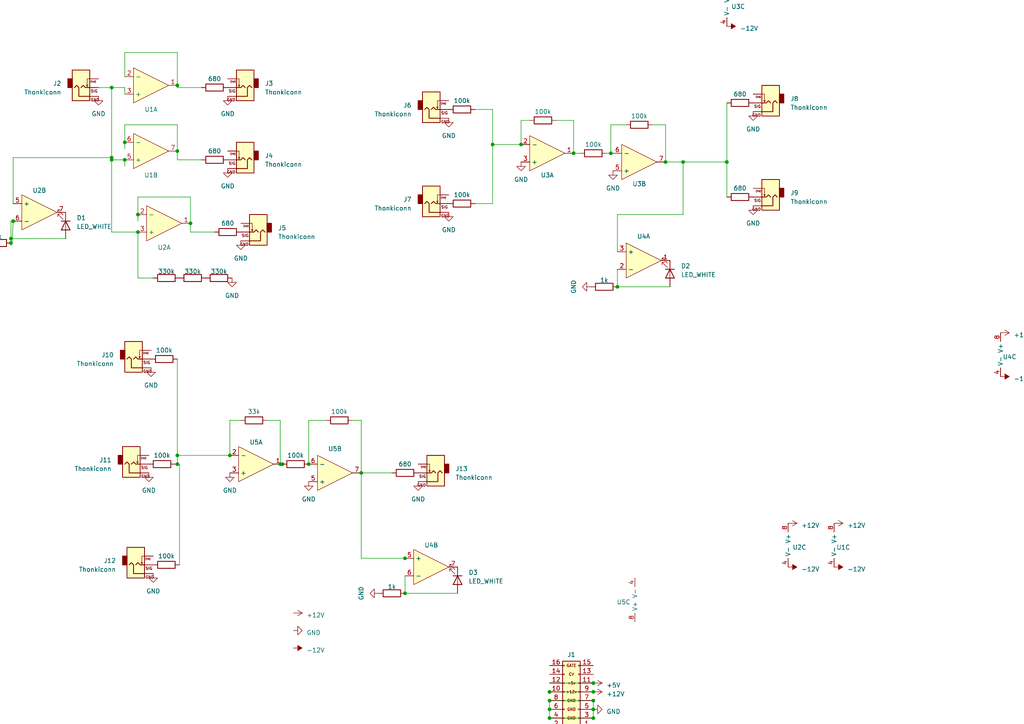
<source format=kicad_sch>
(kicad_sch (version 20230121) (generator eeschema)

  (uuid 7c903861-b6aa-4abd-8b1b-91e523f1afa8)

  (paper "A4")

  (lib_symbols
    (symbol "PCM_EuroRackTools:100k" (pin_numbers hide) (pin_names (offset 0)) (in_bom yes) (on_board yes)
      (property "Reference" "R" (at -1.27 6.35 0)
        (effects (font (size 1.27 1.27)) hide)
      )
      (property "Value" "100k" (at -1.27 1.27 0)
        (effects (font (size 1.27 1.27)))
      )
      (property "Footprint" "Resistor_SMD:R_0603_1608Metric" (at -1.27 -6.35 0)
        (effects (font (size 1.27 1.27)) hide)
      )
      (property "Datasheet" "~" (at -6.35 6.35 90)
        (effects (font (size 1.27 1.27)) hide)
      )
      (property "LCSC" "C25803" (at -1.27 -1.27 0)
        (effects (font (size 1.27 1.27)) hide)
      )
      (property "ki_keywords" "R res resistor" (at 0 0 0)
        (effects (font (size 1.27 1.27)) hide)
      )
      (property "ki_description" "Resistor" (at 0 0 0)
        (effects (font (size 1.27 1.27)) hide)
      )
      (property "ki_fp_filters" "R_*" (at 0 0 0)
        (effects (font (size 1.27 1.27)) hide)
      )
      (symbol "100k_0_1"
        (rectangle (start 1.27 0.254) (end -3.81 2.286)
          (stroke (width 0.254) (type default))
          (fill (type none))
        )
      )
      (symbol "100k_1_1"
        (pin passive line (at -5.08 1.27 0) (length 1.27)
          (name "~" (effects (font (size 1.27 1.27))))
          (number "1" (effects (font (size 1.27 1.27))))
        )
        (pin passive line (at 2.54 1.27 180) (length 1.27)
          (name "~" (effects (font (size 1.27 1.27))))
          (number "2" (effects (font (size 1.27 1.27))))
        )
      )
    )
    (symbol "PCM_EuroRackTools:1k" (pin_numbers hide) (pin_names (offset 0)) (in_bom yes) (on_board yes)
      (property "Reference" "R" (at -1.27 3.81 0)
        (effects (font (size 1.27 1.27)) hide)
      )
      (property "Value" "1k" (at -1.27 1.27 0)
        (effects (font (size 1.27 1.27)))
      )
      (property "Footprint" "Resistor_SMD:R_0603_1608Metric" (at -1.27 -6.35 0)
        (effects (font (size 1.27 1.27)) hide)
      )
      (property "Datasheet" "~" (at -6.35 6.35 90)
        (effects (font (size 1.27 1.27)) hide)
      )
      (property "LCSC" "C21190" (at -1.27 -1.27 0)
        (effects (font (size 1.27 1.27)) hide)
      )
      (property "ki_keywords" "R res resistor" (at 0 0 0)
        (effects (font (size 1.27 1.27)) hide)
      )
      (property "ki_description" "Resistor" (at 0 0 0)
        (effects (font (size 1.27 1.27)) hide)
      )
      (property "ki_fp_filters" "R_*" (at 0 0 0)
        (effects (font (size 1.27 1.27)) hide)
      )
      (symbol "1k_0_1"
        (rectangle (start 1.27 0.254) (end -3.81 2.286)
          (stroke (width 0.254) (type default))
          (fill (type none))
        )
      )
      (symbol "1k_1_1"
        (pin passive line (at -5.08 1.27 0) (length 1.27)
          (name "~" (effects (font (size 1.27 1.27))))
          (number "1" (effects (font (size 1.27 1.27))))
        )
        (pin passive line (at 2.54 1.27 180) (length 1.27)
          (name "~" (effects (font (size 1.27 1.27))))
          (number "2" (effects (font (size 1.27 1.27))))
        )
      )
    )
    (symbol "PCM_EuroRackTools:330k" (pin_numbers hide) (pin_names (offset 0)) (in_bom yes) (on_board yes)
      (property "Reference" "R" (at -1.27 6.35 0)
        (effects (font (size 1.27 1.27)) hide)
      )
      (property "Value" "330k" (at -1.27 1.27 0)
        (effects (font (size 1.27 1.27)))
      )
      (property "Footprint" "Resistor_SMD:R_0603_1608Metric" (at -1.27 -6.35 0)
        (effects (font (size 1.27 1.27)) hide)
      )
      (property "Datasheet" "~" (at -6.35 6.35 90)
        (effects (font (size 1.27 1.27)) hide)
      )
      (property "LCSC" "C23137" (at -1.27 -1.27 0)
        (effects (font (size 1.27 1.27)) hide)
      )
      (property "ki_keywords" "R res resistor" (at 0 0 0)
        (effects (font (size 1.27 1.27)) hide)
      )
      (property "ki_description" "Resistor" (at 0 0 0)
        (effects (font (size 1.27 1.27)) hide)
      )
      (property "ki_fp_filters" "R_*" (at 0 0 0)
        (effects (font (size 1.27 1.27)) hide)
      )
      (symbol "330k_0_1"
        (rectangle (start 1.27 0.254) (end -3.81 2.286)
          (stroke (width 0.254) (type default))
          (fill (type none))
        )
      )
      (symbol "330k_1_1"
        (pin passive line (at -5.08 1.27 0) (length 1.27)
          (name "~" (effects (font (size 1.27 1.27))))
          (number "1" (effects (font (size 1.27 1.27))))
        )
        (pin passive line (at 2.54 1.27 180) (length 1.27)
          (name "~" (effects (font (size 1.27 1.27))))
          (number "2" (effects (font (size 1.27 1.27))))
        )
      )
    )
    (symbol "PCM_EuroRackTools:33k" (pin_numbers hide) (pin_names (offset 0)) (in_bom yes) (on_board yes)
      (property "Reference" "R" (at -1.27 6.35 0)
        (effects (font (size 1.27 1.27)) hide)
      )
      (property "Value" "33k" (at -1.27 1.27 0)
        (effects (font (size 1.27 1.27)))
      )
      (property "Footprint" "Resistor_SMD:R_0603_1608Metric" (at -1.27 -6.35 0)
        (effects (font (size 1.27 1.27)) hide)
      )
      (property "Datasheet" "~" (at -6.35 6.35 90)
        (effects (font (size 1.27 1.27)) hide)
      )
      (property "LCSC" "C4216" (at -1.27 -1.27 0)
        (effects (font (size 1.27 1.27)) hide)
      )
      (property "ki_keywords" "R res resistor" (at 0 0 0)
        (effects (font (size 1.27 1.27)) hide)
      )
      (property "ki_description" "Resistor" (at 0 0 0)
        (effects (font (size 1.27 1.27)) hide)
      )
      (property "ki_fp_filters" "R_*" (at 0 0 0)
        (effects (font (size 1.27 1.27)) hide)
      )
      (symbol "33k_0_1"
        (rectangle (start 1.27 0.254) (end -3.81 2.286)
          (stroke (width 0.254) (type default))
          (fill (type none))
        )
      )
      (symbol "33k_1_1"
        (pin passive line (at -5.08 1.27 0) (length 1.27)
          (name "~" (effects (font (size 1.27 1.27))))
          (number "1" (effects (font (size 1.27 1.27))))
        )
        (pin passive line (at 2.54 1.27 180) (length 1.27)
          (name "~" (effects (font (size 1.27 1.27))))
          (number "2" (effects (font (size 1.27 1.27))))
        )
      )
    )
    (symbol "PCM_EuroRackTools:680" (pin_numbers hide) (pin_names (offset 0)) (in_bom yes) (on_board yes)
      (property "Reference" "R" (at -1.27 6.35 0)
        (effects (font (size 1.27 1.27)) hide)
      )
      (property "Value" "680" (at -1.27 1.27 0)
        (effects (font (size 1.27 1.27)))
      )
      (property "Footprint" "Resistor_SMD:R_0603_1608Metric" (at -1.27 -6.35 0)
        (effects (font (size 1.27 1.27)) hide)
      )
      (property "Datasheet" "~" (at -6.35 6.35 90)
        (effects (font (size 1.27 1.27)) hide)
      )
      (property "LCSC" "C23228" (at -1.27 -1.27 0)
        (effects (font (size 1.27 1.27)) hide)
      )
      (property "ki_keywords" "R res resistor" (at 0 0 0)
        (effects (font (size 1.27 1.27)) hide)
      )
      (property "ki_description" "Resistor" (at 0 0 0)
        (effects (font (size 1.27 1.27)) hide)
      )
      (property "ki_fp_filters" "R_*" (at 0 0 0)
        (effects (font (size 1.27 1.27)) hide)
      )
      (symbol "680_0_1"
        (rectangle (start 1.27 0.254) (end -3.81 2.286)
          (stroke (width 0.254) (type default))
          (fill (type none))
        )
      )
      (symbol "680_1_1"
        (pin passive line (at -5.08 1.27 0) (length 1.27)
          (name "~" (effects (font (size 1.27 1.27))))
          (number "1" (effects (font (size 1.27 1.27))))
        )
        (pin passive line (at 2.54 1.27 180) (length 1.27)
          (name "~" (effects (font (size 1.27 1.27))))
          (number "2" (effects (font (size 1.27 1.27))))
        )
      )
    )
    (symbol "PCM_EuroRackTools:EuroPower16" (pin_names (offset 1.016) hide) (in_bom yes) (on_board yes)
      (property "Reference" "J" (at 1.27 10.16 0)
        (effects (font (size 1.27 1.27)))
      )
      (property "Value" "EuroPower16" (at 1.27 -12.7 0)
        (effects (font (size 1.27 1.27)) hide)
      )
      (property "Footprint" "Connector_IDC:IDC-Header_2x08_P2.54mm_Vertical_SMD" (at 1.524 -18.034 0)
        (effects (font (size 1.27 1.27)) hide)
      )
      (property "Datasheet" "~" (at 1.524 -15.367 0)
        (effects (font (size 1.27 1.27)) hide)
      )
      (property "lcsc" "C383608" (at 5.08 12.7 0)
        (effects (font (size 1.27 1.27)) hide)
      )
      (property "ki_keywords" "connector" (at 0 0 0)
        (effects (font (size 1.27 1.27)) hide)
      )
      (property "ki_description" "Generic connector, double row, 02x08, odd/even pin numbering scheme (row 1 odd numbers, row 2 even numbers), script generated (kicad-library-utils/schlib/autogen/connector/)" (at 0 0 0)
        (effects (font (size 1.27 1.27)) hide)
      )
      (property "ki_fp_filters" "Connector*:*_2x??_*" (at 0 0 0)
        (effects (font (size 1.27 1.27)) hide)
      )
      (symbol "EuroPower16_0_0"
        (text "+12v" (at 1.27 0 0)
          (effects (font (size 0.8 0.8)))
        )
        (text "+5v" (at 1.27 2.54 0)
          (effects (font (size 0.8 0.8)))
        )
        (text "-12v" (at 1.27 -10.16 0)
          (effects (font (size 0.8 0.8)))
        )
        (text "CV" (at 1.27 5.08 0)
          (effects (font (size 0.8 0.8)))
        )
        (text "GATE" (at 1.27 7.62 0)
          (effects (font (size 0.8 0.8)))
        )
        (text "GND" (at 1.27 -7.62 0)
          (effects (font (size 0.8 0.8)))
        )
        (text "GND" (at 1.27 -5.08 0)
          (effects (font (size 0.8 0.8)))
        )
        (text "GND" (at 1.27 -2.54 0)
          (effects (font (size 0.8 0.8)))
        )
      )
      (symbol "EuroPower16_1_1"
        (rectangle (start -1.27 -10.033) (end -0.762 -10.287)
          (stroke (width 0.1524) (type default))
          (fill (type none))
        )
        (rectangle (start -1.27 -7.493) (end -0.762 -7.747)
          (stroke (width 0.1524) (type default))
          (fill (type none))
        )
        (rectangle (start -1.27 -4.953) (end -0.762 -5.207)
          (stroke (width 0.1524) (type default))
          (fill (type none))
        )
        (rectangle (start -1.27 -2.413) (end -0.762 -2.667)
          (stroke (width 0.1524) (type default))
          (fill (type none))
        )
        (rectangle (start -1.27 0.127) (end -0.762 -0.127)
          (stroke (width 0.1524) (type default))
          (fill (type none))
        )
        (rectangle (start -1.27 2.667) (end -0.762 2.413)
          (stroke (width 0.1524) (type default))
          (fill (type none))
        )
        (rectangle (start -1.27 5.207) (end -0.762 4.953)
          (stroke (width 0.1524) (type default))
          (fill (type none))
        )
        (rectangle (start -1.27 7.747) (end -0.762 7.493)
          (stroke (width 0.1524) (type default))
          (fill (type none))
        )
        (rectangle (start -1.27 8.89) (end 3.81 -11.176)
          (stroke (width 0.254) (type default))
          (fill (type background))
        )
        (rectangle (start 3.302 -10.033) (end 3.81 -10.287)
          (stroke (width 0.1524) (type default))
          (fill (type none))
        )
        (rectangle (start 3.302 -7.493) (end 3.81 -7.747)
          (stroke (width 0.1524) (type default))
          (fill (type none))
        )
        (rectangle (start 3.302 -4.953) (end 3.81 -5.207)
          (stroke (width 0.1524) (type default))
          (fill (type none))
        )
        (rectangle (start 3.302 -2.413) (end 3.81 -2.667)
          (stroke (width 0.1524) (type default))
          (fill (type none))
        )
        (rectangle (start 3.302 0.127) (end 3.81 -0.127)
          (stroke (width 0.1524) (type default))
          (fill (type none))
        )
        (rectangle (start 3.302 2.667) (end 3.81 2.413)
          (stroke (width 0.1524) (type default))
          (fill (type none))
        )
        (rectangle (start 3.302 5.207) (end 3.81 4.953)
          (stroke (width 0.1524) (type default))
          (fill (type none))
        )
        (rectangle (start 3.302 7.747) (end 3.81 7.493)
          (stroke (width 0.1524) (type default))
          (fill (type none))
        )
        (pin power_out line (at 7.62 -10.16 180) (length 3.81)
          (name "-12v_R" (effects (font (size 1.27 1.27))))
          (number "1" (effects (font (size 1.27 1.27))))
        )
        (pin power_out line (at -5.08 0 0) (length 3.81)
          (name "+12V_L" (effects (font (size 1.27 1.27))))
          (number "10" (effects (font (size 1.27 1.27))))
        )
        (pin power_out line (at 7.62 2.54 180) (length 3.81)
          (name "+5v_R" (effects (font (size 1.27 1.27))))
          (number "11" (effects (font (size 1.27 1.27))))
        )
        (pin power_out line (at -5.08 2.54 0) (length 3.81)
          (name "+5v_L" (effects (font (size 1.27 1.27))))
          (number "12" (effects (font (size 1.27 1.27))))
        )
        (pin passive line (at 7.62 5.08 180) (length 3.81)
          (name "CV_R" (effects (font (size 1.27 1.27))))
          (number "13" (effects (font (size 1.27 1.27))))
        )
        (pin passive line (at -5.08 5.08 0) (length 3.81)
          (name "CV_L" (effects (font (size 1.27 1.27))))
          (number "14" (effects (font (size 1.27 1.27))))
        )
        (pin passive line (at 7.62 7.62 180) (length 3.81)
          (name "GATE_R" (effects (font (size 1.27 1.27))))
          (number "15" (effects (font (size 1.27 1.27))))
        )
        (pin passive line (at -5.08 7.62 0) (length 3.81)
          (name "GATE_L" (effects (font (size 1.27 1.27))))
          (number "16" (effects (font (size 1.27 1.27))))
        )
        (pin power_out line (at -5.08 -10.16 0) (length 3.81)
          (name "-12v_L" (effects (font (size 1.27 1.27))))
          (number "2" (effects (font (size 1.27 1.27))))
        )
        (pin power_out line (at 7.62 -7.62 180) (length 3.81)
          (name "GND" (effects (font (size 1.27 1.27))))
          (number "3" (effects (font (size 1.27 1.27))))
        )
        (pin power_out line (at -5.08 -7.62 0) (length 3.81)
          (name "GND" (effects (font (size 1.27 1.27))))
          (number "4" (effects (font (size 1.27 1.27))))
        )
        (pin power_out line (at 7.62 -5.08 180) (length 3.81)
          (name "GND_R3" (effects (font (size 1.27 1.27))))
          (number "5" (effects (font (size 1.27 1.27))))
        )
        (pin power_out line (at -5.08 -5.08 0) (length 3.81)
          (name "GND_L3" (effects (font (size 1.27 1.27))))
          (number "6" (effects (font (size 1.27 1.27))))
        )
        (pin power_out line (at 7.62 -2.54 180) (length 3.81)
          (name "GND_R2" (effects (font (size 1.27 1.27))))
          (number "7" (effects (font (size 1.27 1.27))))
        )
        (pin power_out line (at -5.08 -2.54 0) (length 3.81)
          (name "GND_L2" (effects (font (size 1.27 1.27))))
          (number "8" (effects (font (size 1.27 1.27))))
        )
        (pin power_out line (at 7.62 0 180) (length 3.81)
          (name "+12V_R" (effects (font (size 1.27 1.27))))
          (number "9" (effects (font (size 1.27 1.27))))
        )
      )
    )
    (symbol "PCM_EuroRackTools:LED_WHITE" (pin_numbers hide) (pin_names (offset 1.016) hide) (in_bom yes) (on_board yes)
      (property "Reference" "D" (at 0 -2.54 0)
        (effects (font (size 1.27 1.27)))
      )
      (property "Value" "LED_WHITE" (at 0 3.81 0)
        (effects (font (size 1.27 1.27)))
      )
      (property "Footprint" "LED_SMD:LED_0603_1608Metric" (at 5.08 9.398 0)
        (effects (font (size 1.27 1.27)) hide)
      )
      (property "Datasheet" "~" (at 0 0 0)
        (effects (font (size 1.27 1.27)) hide)
      )
      (property "LCSC" "C2290" (at 9.144 -8.382 0)
        (effects (font (size 1.27 1.27)) hide)
      )
      (property "ki_keywords" "LED diode" (at 0 0 0)
        (effects (font (size 1.27 1.27)) hide)
      )
      (property "ki_description" "Light emitting diode" (at 0 0 0)
        (effects (font (size 1.27 1.27)) hide)
      )
      (property "ki_fp_filters" "LED* LED_SMD:* LED_THT:*" (at 0 0 0)
        (effects (font (size 1.27 1.27)) hide)
      )
      (symbol "LED_WHITE_0_1"
        (polyline
          (pts
            (xy 1.27 0)
            (xy -1.27 0)
          )
          (stroke (width 0) (type default))
          (fill (type none))
        )
        (polyline
          (pts
            (xy 1.27 1.27)
            (xy 1.27 -1.27)
          )
          (stroke (width 0.254) (type default))
          (fill (type none))
        )
        (polyline
          (pts
            (xy -1.27 1.27)
            (xy -1.27 -1.27)
            (xy 1.27 0)
            (xy -1.27 1.27)
          )
          (stroke (width 0.254) (type default))
          (fill (type none))
        )
        (polyline
          (pts
            (xy 1.778 0.762)
            (xy 3.302 2.286)
            (xy 2.54 2.286)
            (xy 3.302 2.286)
            (xy 3.302 1.524)
          )
          (stroke (width 0) (type default))
          (fill (type none))
        )
        (polyline
          (pts
            (xy 3.048 0.762)
            (xy 4.572 2.286)
            (xy 3.81 2.286)
            (xy 4.572 2.286)
            (xy 4.572 1.524)
          )
          (stroke (width 0) (type default))
          (fill (type none))
        )
      )
      (symbol "LED_WHITE_1_1"
        (pin passive line (at 3.81 0 180) (length 2.54)
          (name "K" (effects (font (size 1.27 1.27))))
          (number "1" (effects (font (size 1.27 1.27))))
        )
        (pin passive line (at -3.81 0 0) (length 2.54)
          (name "A" (effects (font (size 1.27 1.27))))
          (number "2" (effects (font (size 1.27 1.27))))
        )
      )
    )
    (symbol "PCM_EuroRackTools:TL072" (in_bom yes) (on_board yes)
      (property "Reference" "U" (at -1.27 0 0)
        (effects (font (size 1.27 1.27)))
      )
      (property "Value" "TL072" (at 5.08 3.81 0)
        (effects (font (size 1.27 1.27)) hide)
      )
      (property "Footprint" "Package_SO:SOIC-8_3.9x4.9mm_P1.27mm" (at 0 -8.89 0)
        (effects (font (size 1.27 1.27)) hide)
      )
      (property "Datasheet" "" (at 0 0 0)
        (effects (font (size 1.27 1.27)) hide)
      )
      (property "Sim.Pins" "1=1 2=2 3=3 4=4 5=5 6=6 7=7 8=8" (at -11.43 17.78 0)
        (effects (font (size 1.27 1.27)) hide)
      )
      (property "Sim.Device" "SPICE" (at 1.27 7.62 0)
        (effects (font (size 1.27 1.27)) hide)
      )
      (property "Sim.Params" "type=\"X\" model=\"MY_TL072\" lib=\"\"" (at 0 0 0)
        (effects (font (size 0 0)) hide)
      )
      (property "LCSC" "C6961" (at 3.175 -4.445 0)
        (effects (font (size 1.27 1.27)) hide)
      )
      (symbol "TL072_1_1"
        (polyline
          (pts
            (xy -5.08 5.08)
            (xy -5.08 -5.08)
            (xy 5.08 0)
            (xy -5.08 5.08)
          )
          (stroke (width 0.1524) (type default))
          (fill (type background))
        )
        (pin output line (at 7.62 0 180) (length 2.54)
          (name "" (effects (font (size 1.27 1.27))))
          (number "1" (effects (font (size 1.27 1.27))))
        )
        (pin input line (at -7.62 -2.54 0) (length 2.54)
          (name "-" (effects (font (size 1.27 1.27))))
          (number "2" (effects (font (size 1.27 1.27))))
        )
        (pin input line (at -7.62 2.54 0) (length 2.54)
          (name "+" (effects (font (size 1.27 1.27))))
          (number "3" (effects (font (size 1.27 1.27))))
        )
      )
      (symbol "TL072_2_1"
        (polyline
          (pts
            (xy -5.08 5.08)
            (xy -5.08 -5.08)
            (xy 5.08 0)
            (xy -5.08 5.08)
          )
          (stroke (width 0.1524) (type default))
          (fill (type background))
        )
        (pin input line (at -7.62 2.54 0) (length 2.54)
          (name "+" (effects (font (size 1.27 1.27))))
          (number "5" (effects (font (size 1.27 1.27))))
        )
        (pin input line (at -7.62 -2.54 0) (length 2.54)
          (name "-" (effects (font (size 1.27 1.27))))
          (number "6" (effects (font (size 1.27 1.27))))
        )
        (pin output line (at 7.62 0 180) (length 2.54)
          (name "" (effects (font (size 1.27 1.27))))
          (number "7" (effects (font (size 1.27 1.27))))
        )
      )
      (symbol "TL072_3_0"
        (pin power_in line (at -2.54 -6.35 90) (length 2.54)
          (name "V-" (effects (font (size 1.27 1.27))))
          (number "4" (effects (font (size 1.27 1.27))))
        )
        (pin power_in line (at -2.54 6.35 270) (length 2.54)
          (name "V+" (effects (font (size 1.27 1.27))))
          (number "8" (effects (font (size 1.27 1.27))))
        )
      )
    )
    (symbol "PCM_EuroRackTools:Thonkiconn" (pin_numbers hide) (in_bom yes) (on_board yes)
      (property "Reference" "J" (at -1.27 -3.048 0)
        (effects (font (size 1.27 1.27)))
      )
      (property "Value" "Thonkiconn" (at 0 6.35 0)
        (effects (font (size 1.27 1.27)))
      )
      (property "Footprint" "Connector_Audio:Jack_3.5mm_QingPu_WQP-PJ398SM_Vertical_CircularHoles" (at 1.27 11.43 0)
        (effects (font (size 1.27 1.27)) hide)
      )
      (property "Datasheet" "~" (at 0 0 0)
        (effects (font (size 1.27 1.27)) hide)
      )
      (property "ki_keywords" "audio jack receptacle mono headphones phone TS connector" (at 0 0 0)
        (effects (font (size 1.27 1.27)) hide)
      )
      (property "ki_description" "Audio Jack, 2 Poles (Mono / TS), Switched T Pole (Normalling)" (at 0 0 0)
        (effects (font (size 1.27 1.27)) hide)
      )
      (property "ki_fp_filters" "Jack*" (at 0 0 0)
        (effects (font (size 1.27 1.27)) hide)
      )
      (symbol "Thonkiconn_0_0"
        (text "(no)" (at 3.556 -1.778 0)
          (effects (font (size 0.5 0.5)))
        )
        (text "GND" (at 4.064 3.556 0)
          (effects (font (size 0.8 0.8)))
        )
        (text "SIG" (at 3.81 1.016 0)
          (effects (font (size 0.8 0.8)))
        )
      )
      (symbol "Thonkiconn_0_1"
        (rectangle (start -2.54 0) (end -3.81 -2.54)
          (stroke (width 0.254) (type default))
          (fill (type outline))
        )
        (polyline
          (pts
            (xy 1.778 -0.254)
            (xy 2.032 -0.762)
          )
          (stroke (width 0) (type default))
          (fill (type none))
        )
        (polyline
          (pts
            (xy 0 0)
            (xy 0.635 -0.635)
            (xy 1.27 0)
            (xy 2.54 0)
          )
          (stroke (width 0.254) (type default))
          (fill (type none))
        )
        (polyline
          (pts
            (xy 2.54 -2.54)
            (xy 1.778 -2.54)
            (xy 1.778 -0.254)
            (xy 1.524 -0.762)
          )
          (stroke (width 0) (type default))
          (fill (type none))
        )
        (polyline
          (pts
            (xy 2.54 2.54)
            (xy -0.635 2.54)
            (xy -0.635 0)
            (xy -1.27 -0.635)
            (xy -1.905 0)
          )
          (stroke (width 0.254) (type default))
          (fill (type none))
        )
        (rectangle (start 2.54 3.81) (end -2.54 -5.08)
          (stroke (width 0.254) (type default))
          (fill (type background))
        )
      )
      (symbol "Thonkiconn_1_1"
        (pin passive line (at 5.08 2.54 180) (length 2.54)
          (name "~" (effects (font (size 1.27 1.27))))
          (number "S" (effects (font (size 1.27 1.27))))
        )
        (pin passive line (at 5.08 0 180) (length 2.54)
          (name "~" (effects (font (size 1.27 1.27))))
          (number "T" (effects (font (size 1.27 1.27))))
        )
        (pin passive line (at 5.08 -2.54 180) (length 2.54)
          (name "~" (effects (font (size 1.27 1.27))))
          (number "TN" (effects (font (size 1.27 1.27))))
        )
      )
    )
    (symbol "power:+12V" (power) (pin_names (offset 0)) (in_bom yes) (on_board yes)
      (property "Reference" "#PWR" (at 0 -3.81 0)
        (effects (font (size 1.27 1.27)) hide)
      )
      (property "Value" "+12V" (at 0 3.556 0)
        (effects (font (size 1.27 1.27)))
      )
      (property "Footprint" "" (at 0 0 0)
        (effects (font (size 1.27 1.27)) hide)
      )
      (property "Datasheet" "" (at 0 0 0)
        (effects (font (size 1.27 1.27)) hide)
      )
      (property "ki_keywords" "global power" (at 0 0 0)
        (effects (font (size 1.27 1.27)) hide)
      )
      (property "ki_description" "Power symbol creates a global label with name \"+12V\"" (at 0 0 0)
        (effects (font (size 1.27 1.27)) hide)
      )
      (symbol "+12V_0_1"
        (polyline
          (pts
            (xy -0.762 1.27)
            (xy 0 2.54)
          )
          (stroke (width 0) (type default))
          (fill (type none))
        )
        (polyline
          (pts
            (xy 0 0)
            (xy 0 2.54)
          )
          (stroke (width 0) (type default))
          (fill (type none))
        )
        (polyline
          (pts
            (xy 0 2.54)
            (xy 0.762 1.27)
          )
          (stroke (width 0) (type default))
          (fill (type none))
        )
      )
      (symbol "+12V_1_1"
        (pin power_in line (at 0 0 90) (length 0) hide
          (name "+12V" (effects (font (size 1.27 1.27))))
          (number "1" (effects (font (size 1.27 1.27))))
        )
      )
    )
    (symbol "power:+5V" (power) (pin_names (offset 0)) (in_bom yes) (on_board yes)
      (property "Reference" "#PWR" (at 0 -3.81 0)
        (effects (font (size 1.27 1.27)) hide)
      )
      (property "Value" "+5V" (at 0 3.556 0)
        (effects (font (size 1.27 1.27)))
      )
      (property "Footprint" "" (at 0 0 0)
        (effects (font (size 1.27 1.27)) hide)
      )
      (property "Datasheet" "" (at 0 0 0)
        (effects (font (size 1.27 1.27)) hide)
      )
      (property "ki_keywords" "global power" (at 0 0 0)
        (effects (font (size 1.27 1.27)) hide)
      )
      (property "ki_description" "Power symbol creates a global label with name \"+5V\"" (at 0 0 0)
        (effects (font (size 1.27 1.27)) hide)
      )
      (symbol "+5V_0_1"
        (polyline
          (pts
            (xy -0.762 1.27)
            (xy 0 2.54)
          )
          (stroke (width 0) (type default))
          (fill (type none))
        )
        (polyline
          (pts
            (xy 0 0)
            (xy 0 2.54)
          )
          (stroke (width 0) (type default))
          (fill (type none))
        )
        (polyline
          (pts
            (xy 0 2.54)
            (xy 0.762 1.27)
          )
          (stroke (width 0) (type default))
          (fill (type none))
        )
      )
      (symbol "+5V_1_1"
        (pin power_in line (at 0 0 90) (length 0) hide
          (name "+5V" (effects (font (size 1.27 1.27))))
          (number "1" (effects (font (size 1.27 1.27))))
        )
      )
    )
    (symbol "power:-12V" (power) (pin_names (offset 0)) (in_bom yes) (on_board yes)
      (property "Reference" "#PWR" (at 0 2.54 0)
        (effects (font (size 1.27 1.27)) hide)
      )
      (property "Value" "-12V" (at 0 3.81 0)
        (effects (font (size 1.27 1.27)))
      )
      (property "Footprint" "" (at 0 0 0)
        (effects (font (size 1.27 1.27)) hide)
      )
      (property "Datasheet" "" (at 0 0 0)
        (effects (font (size 1.27 1.27)) hide)
      )
      (property "ki_keywords" "global power" (at 0 0 0)
        (effects (font (size 1.27 1.27)) hide)
      )
      (property "ki_description" "Power symbol creates a global label with name \"-12V\"" (at 0 0 0)
        (effects (font (size 1.27 1.27)) hide)
      )
      (symbol "-12V_0_0"
        (pin power_in line (at 0 0 90) (length 0) hide
          (name "-12V" (effects (font (size 1.27 1.27))))
          (number "1" (effects (font (size 1.27 1.27))))
        )
      )
      (symbol "-12V_0_1"
        (polyline
          (pts
            (xy 0 0)
            (xy 0 1.27)
            (xy 0.762 1.27)
            (xy 0 2.54)
            (xy -0.762 1.27)
            (xy 0 1.27)
          )
          (stroke (width 0) (type default))
          (fill (type outline))
        )
      )
    )
    (symbol "power:GND" (power) (pin_names (offset 0)) (in_bom yes) (on_board yes)
      (property "Reference" "#PWR" (at 0 -6.35 0)
        (effects (font (size 1.27 1.27)) hide)
      )
      (property "Value" "GND" (at 0 -3.81 0)
        (effects (font (size 1.27 1.27)))
      )
      (property "Footprint" "" (at 0 0 0)
        (effects (font (size 1.27 1.27)) hide)
      )
      (property "Datasheet" "" (at 0 0 0)
        (effects (font (size 1.27 1.27)) hide)
      )
      (property "ki_keywords" "global power" (at 0 0 0)
        (effects (font (size 1.27 1.27)) hide)
      )
      (property "ki_description" "Power symbol creates a global label with name \"GND\" , ground" (at 0 0 0)
        (effects (font (size 1.27 1.27)) hide)
      )
      (symbol "GND_0_1"
        (polyline
          (pts
            (xy 0 0)
            (xy 0 -1.27)
            (xy 1.27 -1.27)
            (xy 0 -2.54)
            (xy -1.27 -1.27)
            (xy 0 -1.27)
          )
          (stroke (width 0) (type default))
          (fill (type none))
        )
      )
      (symbol "GND_1_1"
        (pin power_in line (at 0 0 270) (length 0) hide
          (name "GND" (effects (font (size 1.27 1.27))))
          (number "1" (effects (font (size 1.27 1.27))))
        )
      )
    )
  )

  (junction (at 198.12 46.99) (diameter 0) (color 0 0 0 0)
    (uuid 19e22304-eb15-48d4-a075-e9af3016dea1)
  )
  (junction (at 142.875 41.91) (diameter 0) (color 0 0 0 0)
    (uuid 200c0d95-ae79-4763-835b-c9c3ab83d120)
  )
  (junction (at 166.37 44.45) (diameter 0) (color 0 0 0 0)
    (uuid 240507ad-96a5-4a27-a1df-db0f46c2205a)
  )
  (junction (at 36.195 46.355) (diameter 0) (color 0 0 0 0)
    (uuid 2588dd26-bc7a-403c-bd46-a02ea5b936c9)
  )
  (junction (at 159.385 205.74) (diameter 0) (color 0 0 0 0)
    (uuid 305efec6-6c3d-4d46-b78c-c89c57cd2706)
  )
  (junction (at 3.175 70.485) (diameter 0) (color 0 0 0 0)
    (uuid 3b539753-3a0d-4c57-957f-98cea7713d5f)
  )
  (junction (at 104.775 137.16) (diameter 0) (color 0 0 0 0)
    (uuid 3e46cd31-297a-4b33-a5c9-92fb38c8214a)
  )
  (junction (at 36.195 41.275) (diameter 0) (color 0 0 0 0)
    (uuid 4233c190-ac2b-4b39-a925-f74711df53e7)
  )
  (junction (at 40.005 62.23) (diameter 0) (color 0 0 0 0)
    (uuid 49043d12-15d9-4dd1-b6ec-4140045b95ca)
  )
  (junction (at 172.085 210.82) (diameter 0) (color 0 0 0 0)
    (uuid 49694c78-7332-45ea-9c85-54d89b274f2f)
  )
  (junction (at 172.085 208.28) (diameter 0) (color 0 0 0 0)
    (uuid 4b80cc92-f793-442a-a51e-038f77d08aef)
  )
  (junction (at 3.81 64.135) (diameter 0) (color 0 0 0 0)
    (uuid 4d1a2d66-4e91-4075-a02a-4dba72479dcb)
  )
  (junction (at 159.385 200.66) (diameter 0) (color 0 0 0 0)
    (uuid 566f38a7-f2c9-4688-a6a8-bc43e716a458)
  )
  (junction (at 159.385 203.2) (diameter 0) (color 0 0 0 0)
    (uuid 577da62b-6cab-4aa2-80a0-efd9f88dfeb6)
  )
  (junction (at 177.165 44.45) (diameter 0) (color 0 0 0 0)
    (uuid 5d512162-a263-4f46-b860-879a9c0ce61a)
  )
  (junction (at 32.385 46.355) (diameter 0) (color 0 0 0 0)
    (uuid 6470bb59-8d47-413b-9a00-df5ec94de009)
  )
  (junction (at 32.385 45.72) (diameter 0) (color 0 0 0 0)
    (uuid 6f676dc2-78df-4d00-aa28-1d76a36690f1)
  )
  (junction (at 51.435 24.765) (diameter 0) (color 0 0 0 0)
    (uuid 79065ac9-e913-49c3-a138-5ee419d627c5)
  )
  (junction (at 89.535 134.62) (diameter 0) (color 0 0 0 0)
    (uuid 7bc96c31-de08-48a0-9168-7958ab8c912f)
  )
  (junction (at 179.07 83.185) (diameter 0) (color 0 0 0 0)
    (uuid 7d40c9bd-40e3-4e89-8994-998931cea539)
  )
  (junction (at 81.915 134.62) (diameter 0) (color 0 0 0 0)
    (uuid 7e3b2fa7-c180-4128-bdbf-7fd425421a83)
  )
  (junction (at 117.475 161.925) (diameter 0) (color 0 0 0 0)
    (uuid 7ede1e41-9c79-4fc8-99ff-b25fe6e90fd6)
  )
  (junction (at 172.085 203.2) (diameter 0) (color 0 0 0 0)
    (uuid 83465ea7-5dae-4d5f-a056-a76344536ce4)
  )
  (junction (at 40.005 67.31) (diameter 0) (color 0 0 0 0)
    (uuid 860f2022-eda0-49d4-ad74-93649af65c6a)
  )
  (junction (at 51.435 134.62) (diameter 0) (color 0 0 0 0)
    (uuid 94dbb318-aa93-417d-a54c-bb710752eaaa)
  )
  (junction (at 172.085 205.74) (diameter 0) (color 0 0 0 0)
    (uuid 977e5994-abc7-45bf-939b-a394292379b9)
  )
  (junction (at 3.175 69.215) (diameter 0) (color 0 0 0 0)
    (uuid 9c33422a-f63f-4da4-bdb4-5ad8bbcad2af)
  )
  (junction (at 172.085 200.66) (diameter 0) (color 0 0 0 0)
    (uuid 9f081c65-3afa-4221-b25c-58ad0ce74233)
  )
  (junction (at 210.82 46.99) (diameter 0) (color 0 0 0 0)
    (uuid ae88450c-752b-41b1-ab63-d501556ed174)
  )
  (junction (at 51.435 132.08) (diameter 0) (color 0 0 0 0)
    (uuid bdbac79c-2eac-439f-adcd-5cd2847d1aa8)
  )
  (junction (at 81.28 134.62) (diameter 0) (color 0 0 0 0)
    (uuid cf7a7753-11d0-41a7-83c3-afe438bbea0d)
  )
  (junction (at 32.385 25.4) (diameter 0) (color 0 0 0 0)
    (uuid d0644f64-de12-47fc-a8ac-511ad171d3e4)
  )
  (junction (at 172.085 198.12) (diameter 0) (color 0 0 0 0)
    (uuid d8dc9ac8-6946-4d46-8090-f4c1ee58bddc)
  )
  (junction (at 117.475 172.085) (diameter 0) (color 0 0 0 0)
    (uuid db320953-8e55-43ac-bab5-c781a73124a1)
  )
  (junction (at 51.435 43.815) (diameter 0) (color 0 0 0 0)
    (uuid e4c5f622-f1a6-4d50-9170-1a3dfb168f2a)
  )
  (junction (at 55.245 64.77) (diameter 0) (color 0 0 0 0)
    (uuid edd52528-d583-492e-9a0f-1921318cbe27)
  )
  (junction (at 66.675 132.08) (diameter 0) (color 0 0 0 0)
    (uuid f0fa3001-b6e8-4c80-a1f7-c5b8aad04257)
  )
  (junction (at 159.385 208.28) (diameter 0) (color 0 0 0 0)
    (uuid f27a07d1-09b9-4c65-83ca-aa1126bb8c52)
  )
  (junction (at 193.04 46.99) (diameter 0) (color 0 0 0 0)
    (uuid f2e768e0-d0c4-460c-89a7-70fcf0ab0725)
  )
  (junction (at 151.13 41.91) (diameter 0) (color 0 0 0 0)
    (uuid f86fd28e-89ec-4d4b-bd96-2ea25b6d2ed3)
  )

  (wire (pts (xy 81.915 134.62) (xy 82.55 134.62))
    (stroke (width 0) (type default))
    (uuid 0103d3f9-635a-4a03-bf80-3c3b881153d7)
  )
  (wire (pts (xy 3.175 64.135) (xy 3.81 64.135))
    (stroke (width 0) (type default))
    (uuid 02ef2e5b-905c-4a75-ad88-ed5837bd21c8)
  )
  (wire (pts (xy 179.07 62.23) (xy 179.07 73.025))
    (stroke (width 0) (type default))
    (uuid 06c1be4f-8709-43cc-96c8-14d8b0936ef4)
  )
  (wire (pts (xy 137.795 31.75) (xy 142.875 31.75))
    (stroke (width 0) (type default))
    (uuid 07e8035e-533c-4aac-bccc-e8e0bed641f8)
  )
  (wire (pts (xy 104.775 161.925) (xy 104.775 137.16))
    (stroke (width 0) (type default))
    (uuid 090ddf30-8f6c-4bd5-979d-4b262acc35f0)
  )
  (wire (pts (xy 69.85 121.92) (xy 66.675 121.92))
    (stroke (width 0) (type default))
    (uuid 0b85eca4-094f-480e-922d-3d3f081eb28a)
  )
  (wire (pts (xy 55.245 57.15) (xy 40.005 57.15))
    (stroke (width 0) (type default))
    (uuid 0c64005f-4ac1-4b98-8fb4-4a06d33a90f5)
  )
  (wire (pts (xy 52.07 163.83) (xy 52.07 134.62))
    (stroke (width 0) (type default))
    (uuid 0c9eaffd-3855-4b5e-9be3-7b7c838ff090)
  )
  (wire (pts (xy 142.875 31.75) (xy 142.875 41.91))
    (stroke (width 0) (type default))
    (uuid 0dbc3b2e-769d-401c-8255-26a11fdf6a86)
  )
  (wire (pts (xy 193.04 46.99) (xy 198.12 46.99))
    (stroke (width 0) (type default))
    (uuid 12f0940b-f3c7-47f3-83c6-e6cd97488d6b)
  )
  (wire (pts (xy 36.195 15.24) (xy 36.195 22.225))
    (stroke (width 0) (type default))
    (uuid 14bea3f7-f21e-4156-a199-aaaa939b10c8)
  )
  (wire (pts (xy 32.385 25.4) (xy 36.195 25.4))
    (stroke (width 0) (type default))
    (uuid 17365ea8-f865-4734-baa4-b115722fb573)
  )
  (wire (pts (xy 117.475 172.085) (xy 132.715 172.085))
    (stroke (width 0) (type default))
    (uuid 18c5e55e-fbfe-4d12-b09f-2508c0e4a863)
  )
  (wire (pts (xy 118.11 161.925) (xy 117.475 161.925))
    (stroke (width 0) (type default))
    (uuid 1c7a7aea-c321-4388-bfca-2023c3916c12)
  )
  (wire (pts (xy 40.005 57.15) (xy 40.005 62.23))
    (stroke (width 0) (type default))
    (uuid 1d89d080-c816-44d8-978f-bbf7a8c32668)
  )
  (wire (pts (xy 51.435 24.765) (xy 51.435 15.24))
    (stroke (width 0) (type default))
    (uuid 23c09c61-809e-44b6-800d-263e1b5722a4)
  )
  (wire (pts (xy 177.165 36.195) (xy 177.165 44.45))
    (stroke (width 0) (type default))
    (uuid 258d8ebc-bf2e-46ea-b9f7-5305949e5280)
  )
  (wire (pts (xy 3.175 69.215) (xy 3.175 70.485))
    (stroke (width 0) (type default))
    (uuid 28aea4bb-5f8a-4904-8126-675bc8832e46)
  )
  (wire (pts (xy 172.085 200.66) (xy 159.385 200.66))
    (stroke (width 0) (type default))
    (uuid 2a75ddf1-6f67-4d55-82f0-8ab33d3ee759)
  )
  (wire (pts (xy 151.13 34.925) (xy 151.13 41.91))
    (stroke (width 0) (type default))
    (uuid 2c73882d-8506-4b21-99d0-71f200c688c2)
  )
  (wire (pts (xy 189.23 36.195) (xy 193.04 36.195))
    (stroke (width 0) (type default))
    (uuid 2e9b548a-83d1-4773-8cb2-e683e51633ab)
  )
  (wire (pts (xy 172.085 208.28) (xy 172.085 205.74))
    (stroke (width 0) (type default))
    (uuid 2fb758f1-4c52-4ef8-a609-93b2296bd890)
  )
  (wire (pts (xy 81.28 121.92) (xy 81.28 134.62))
    (stroke (width 0) (type default))
    (uuid 2fd71cde-d050-4eaf-804c-258af64d2f85)
  )
  (wire (pts (xy 159.385 208.28) (xy 172.085 208.28))
    (stroke (width 0) (type default))
    (uuid 301dafb0-3db8-46f1-b828-72652187e39b)
  )
  (wire (pts (xy 55.245 57.15) (xy 55.245 64.77))
    (stroke (width 0) (type default))
    (uuid 32b512ba-4dd2-4385-83c2-7178297cc244)
  )
  (wire (pts (xy 40.005 62.23) (xy 40.005 64.135))
    (stroke (width 0) (type default))
    (uuid 348c417b-20ba-41ed-9d3e-fd4548e02dfd)
  )
  (wire (pts (xy 193.04 36.195) (xy 193.04 46.99))
    (stroke (width 0) (type default))
    (uuid 34ad51e5-bdd6-47c4-a250-905ab3685734)
  )
  (wire (pts (xy 142.875 41.91) (xy 151.13 41.91))
    (stroke (width 0) (type default))
    (uuid 375c855b-e94f-4479-874f-d7c29d2e6d51)
  )
  (wire (pts (xy 51.435 36.195) (xy 51.435 43.815))
    (stroke (width 0) (type default))
    (uuid 37d21b76-1f5e-4467-9a73-19e3fcbdd20a)
  )
  (wire (pts (xy 94.615 121.92) (xy 89.535 121.92))
    (stroke (width 0) (type default))
    (uuid 39c932a2-4bb3-4a34-8f72-c801c6583026)
  )
  (wire (pts (xy 210.82 29.845) (xy 210.82 46.99))
    (stroke (width 0) (type default))
    (uuid 3a55aeb4-4f53-426b-8466-09a8dd5d3c3e)
  )
  (wire (pts (xy 52.07 134.62) (xy 51.435 134.62))
    (stroke (width 0) (type default))
    (uuid 40483771-8686-420e-be07-496b071b1f68)
  )
  (wire (pts (xy 104.775 137.16) (xy 113.665 137.16))
    (stroke (width 0) (type default))
    (uuid 4141f143-5666-4d72-9b7b-acd6fb16f0f7)
  )
  (wire (pts (xy 3.175 70.485) (xy 3.175 71.12))
    (stroke (width 0) (type default))
    (uuid 4333fc08-2193-4480-ad72-d36bf06dbd7a)
  )
  (wire (pts (xy 198.12 46.99) (xy 198.12 62.23))
    (stroke (width 0) (type default))
    (uuid 45659a69-b223-4ff0-85b3-415df1718de3)
  )
  (wire (pts (xy 51.435 36.195) (xy 36.195 36.195))
    (stroke (width 0) (type default))
    (uuid 48a7127f-5950-4df6-ab74-bd56e8b61b96)
  )
  (wire (pts (xy 194.31 83.185) (xy 179.07 83.185))
    (stroke (width 0) (type default))
    (uuid 4b1a8c9a-0e3c-4870-bf97-7886e2f0bfc7)
  )
  (wire (pts (xy 89.535 121.92) (xy 89.535 134.62))
    (stroke (width 0) (type default))
    (uuid 4c17fc15-d08e-4419-bec6-b9d3e4e7a9bd)
  )
  (wire (pts (xy 102.235 121.92) (xy 104.775 121.92))
    (stroke (width 0) (type default))
    (uuid 4c1c38ac-9999-429a-835a-a603434a862f)
  )
  (wire (pts (xy 159.385 198.12) (xy 172.085 198.12))
    (stroke (width 0) (type default))
    (uuid 527e00f8-ee41-4cc4-978a-747b28249987)
  )
  (wire (pts (xy 32.385 25.4) (xy 32.385 45.72))
    (stroke (width 0) (type default))
    (uuid 5372c282-1af3-4825-a408-8beaacadeb95)
  )
  (wire (pts (xy 51.435 104.14) (xy 51.435 132.08))
    (stroke (width 0) (type default))
    (uuid 5e501cab-b5ec-4128-8fbf-0e505b92c54d)
  )
  (wire (pts (xy 166.37 44.45) (xy 168.275 44.45))
    (stroke (width 0) (type default))
    (uuid 5edaedfd-e8e6-4e48-bdb4-285d24704a2a)
  )
  (wire (pts (xy 58.42 25.4) (xy 51.435 25.4))
    (stroke (width 0) (type default))
    (uuid 60dde37a-baf3-418a-84a8-54a653679d4f)
  )
  (wire (pts (xy 159.385 205.74) (xy 159.385 208.28))
    (stroke (width 0) (type default))
    (uuid 687aa47c-7856-4260-be6b-c5518e436b64)
  )
  (wire (pts (xy 36.195 46.355) (xy 36.195 48.26))
    (stroke (width 0) (type default))
    (uuid 6a752390-2a7d-4be3-a04e-8207ff6bef21)
  )
  (wire (pts (xy 28.575 25.4) (xy 32.385 25.4))
    (stroke (width 0) (type default))
    (uuid 6b189d46-a2f9-4432-a749-3dc9cb885f93)
  )
  (wire (pts (xy 80.01 134.62) (xy 81.28 134.62))
    (stroke (width 0) (type default))
    (uuid 765e99d4-ac33-45d4-b0ad-93a027650520)
  )
  (wire (pts (xy 159.385 200.66) (xy 159.385 201.295))
    (stroke (width 0) (type default))
    (uuid 79f5c7e8-2e3a-4743-8225-8186ef045600)
  )
  (wire (pts (xy 117.475 167.005) (xy 117.475 172.085))
    (stroke (width 0) (type default))
    (uuid 7c781fc7-78dd-4dea-b329-6090abccea58)
  )
  (wire (pts (xy 81.28 134.62) (xy 81.915 134.62))
    (stroke (width 0) (type default))
    (uuid 7dc8b383-b19f-48fc-b890-ce0ce0ade327)
  )
  (wire (pts (xy 32.385 46.355) (xy 36.195 46.355))
    (stroke (width 0) (type default))
    (uuid 7e3085fb-1cc7-4974-8b77-9af5165beabd)
  )
  (wire (pts (xy 172.085 203.2) (xy 159.385 203.2))
    (stroke (width 0) (type default))
    (uuid 81bcfbc2-1b19-4297-9beb-0924a9369f37)
  )
  (wire (pts (xy 153.67 34.925) (xy 151.13 34.925))
    (stroke (width 0) (type default))
    (uuid 85fa64ed-e73d-4071-9844-193e0791b096)
  )
  (wire (pts (xy 36.195 36.195) (xy 36.195 41.275))
    (stroke (width 0) (type default))
    (uuid 877f5c53-1a70-4442-953a-2a61cabe4834)
  )
  (wire (pts (xy 3.175 64.135) (xy 3.175 69.215))
    (stroke (width 0) (type default))
    (uuid 8b0b705f-b48b-4a28-859c-ef69c6930190)
  )
  (wire (pts (xy 210.82 46.99) (xy 210.82 57.15))
    (stroke (width 0) (type default))
    (uuid 8f9f02dd-1c79-4468-929a-d0740b690447)
  )
  (wire (pts (xy 3.81 45.72) (xy 3.81 59.055))
    (stroke (width 0) (type default))
    (uuid 90ed1563-477c-4bbf-bdd6-d4d19268f89d)
  )
  (wire (pts (xy 159.385 210.82) (xy 172.085 210.82))
    (stroke (width 0) (type default))
    (uuid 91de61e2-1d44-421b-a59c-975b09a5e50d)
  )
  (wire (pts (xy 177.165 44.45) (xy 177.8 44.45))
    (stroke (width 0) (type default))
    (uuid 94946fa5-27c8-4a5b-a478-56b45e6573f7)
  )
  (wire (pts (xy 51.435 43.815) (xy 51.435 46.355))
    (stroke (width 0) (type default))
    (uuid 94dbeba4-5fba-4a50-b791-ba2a562b94e5)
  )
  (wire (pts (xy 62.23 67.31) (xy 55.245 67.31))
    (stroke (width 0) (type default))
    (uuid 9a777ae7-20ca-4789-80f7-a681a15f0bb9)
  )
  (wire (pts (xy 51.435 132.08) (xy 51.435 134.62))
    (stroke (width 0) (type default))
    (uuid 9fdd5467-a629-4b25-a788-aac2c05adb71)
  )
  (wire (pts (xy 179.07 83.185) (xy 179.07 78.105))
    (stroke (width 0) (type default))
    (uuid a36c5526-0c16-43a0-8309-f5f7bb059f98)
  )
  (wire (pts (xy 3.81 64.135) (xy 3.4925 70.8025))
    (stroke (width 0) (type default))
    (uuid a4428640-7dcc-4a8f-b40a-79e38bdc5887)
  )
  (wire (pts (xy 51.435 15.24) (xy 36.195 15.24))
    (stroke (width 0) (type default))
    (uuid a4cc2d49-598b-48c5-9d91-a16dbe1c71d8)
  )
  (wire (pts (xy 181.61 36.195) (xy 177.165 36.195))
    (stroke (width 0) (type default))
    (uuid a5d0d4ca-1178-4e86-bee1-5f7df55f5db4)
  )
  (wire (pts (xy 32.385 46.355) (xy 32.385 67.31))
    (stroke (width 0) (type default))
    (uuid a703cf99-3488-4cab-9915-a181fc9d2a80)
  )
  (wire (pts (xy 55.245 64.77) (xy 55.245 67.31))
    (stroke (width 0) (type default))
    (uuid a8aad41a-b4e1-4545-a4dd-798278bdacab)
  )
  (wire (pts (xy 172.085 205.74) (xy 172.085 203.2))
    (stroke (width 0) (type default))
    (uuid a967a8af-55dc-4cd1-8017-761e87f1ccb9)
  )
  (wire (pts (xy 104.775 121.92) (xy 104.775 137.16))
    (stroke (width 0) (type default))
    (uuid ab5cbbe6-3c2d-47a5-af14-e37346d56a47)
  )
  (wire (pts (xy 32.385 45.72) (xy 32.385 46.355))
    (stroke (width 0) (type default))
    (uuid adfa8d3b-ef5e-4cff-a3ea-e63de0985847)
  )
  (wire (pts (xy 51.435 25.4) (xy 51.435 24.765))
    (stroke (width 0) (type default))
    (uuid b56d8aa5-4ded-4631-8df4-3659d7ba301a)
  )
  (wire (pts (xy 19.05 69.215) (xy 3.175 69.215))
    (stroke (width 0) (type default))
    (uuid b719ed01-dceb-424b-bb0a-d92cb4a22ea0)
  )
  (wire (pts (xy 40.005 67.31) (xy 40.005 80.645))
    (stroke (width 0) (type default))
    (uuid b9059699-5948-4483-bafa-160a15cfb4e1)
  )
  (wire (pts (xy 51.435 132.08) (xy 66.675 132.08))
    (stroke (width 0) (type default))
    (uuid bcab69c2-c867-4a63-a1f1-62211e6b98c3)
  )
  (wire (pts (xy 58.42 46.355) (xy 51.435 46.355))
    (stroke (width 0) (type default))
    (uuid c1813b9b-0e4f-433f-8837-39139668e1a7)
  )
  (wire (pts (xy 166.37 34.925) (xy 166.37 44.45))
    (stroke (width 0) (type default))
    (uuid c398756e-d5e2-4b3c-b59d-442334f239b2)
  )
  (wire (pts (xy 32.385 45.72) (xy 3.81 45.72))
    (stroke (width 0) (type default))
    (uuid c5c25be5-4094-4ec8-909a-71ea5e6aa116)
  )
  (wire (pts (xy 198.12 46.99) (xy 210.82 46.99))
    (stroke (width 0) (type default))
    (uuid cb9654f6-1ab0-480a-a40a-80d55a8e8e36)
  )
  (wire (pts (xy 51.435 134.62) (xy 50.8 134.62))
    (stroke (width 0) (type default))
    (uuid cc52448d-f84c-4089-91e8-5d085d1a8b45)
  )
  (wire (pts (xy 77.47 121.92) (xy 81.28 121.92))
    (stroke (width 0) (type default))
    (uuid d0284aba-8e6a-4d35-bde4-527f02f317bb)
  )
  (wire (pts (xy 32.385 67.31) (xy 40.005 67.31))
    (stroke (width 0) (type default))
    (uuid da791e98-c947-44ff-ae3f-05af872c24e6)
  )
  (wire (pts (xy 117.475 161.925) (xy 104.775 161.925))
    (stroke (width 0) (type default))
    (uuid df205832-aeec-4811-87ff-92ee6b01a5d9)
  )
  (wire (pts (xy 44.45 80.645) (xy 40.005 80.645))
    (stroke (width 0) (type default))
    (uuid e01e6879-691e-42e1-9747-65a3b85d0feb)
  )
  (wire (pts (xy 161.29 34.925) (xy 166.37 34.925))
    (stroke (width 0) (type default))
    (uuid e0e0b596-1afd-4cf7-8fbf-92768f233536)
  )
  (wire (pts (xy 175.895 44.45) (xy 177.165 44.45))
    (stroke (width 0) (type default))
    (uuid e3e916a1-68b1-4db9-92be-3aea163ba19a)
  )
  (wire (pts (xy 36.195 41.275) (xy 36.195 43.18))
    (stroke (width 0) (type default))
    (uuid ea368127-3202-47ae-b962-657df23d2221)
  )
  (wire (pts (xy 142.875 59.055) (xy 137.795 59.055))
    (stroke (width 0) (type default))
    (uuid f503fe40-bf74-4a15-aae6-0a7f266d5ee2)
  )
  (wire (pts (xy 36.195 25.4) (xy 36.195 27.305))
    (stroke (width 0) (type default))
    (uuid f6add01a-0744-4059-9b8e-6e0c4241a220)
  )
  (wire (pts (xy 66.675 121.92) (xy 66.675 132.08))
    (stroke (width 0) (type default))
    (uuid fa54108d-94e3-46f5-aa99-0de8d122ac0e)
  )
  (wire (pts (xy 142.875 41.91) (xy 142.875 59.055))
    (stroke (width 0) (type default))
    (uuid fb32859f-46aa-4636-9ce7-9f1a02299ce7)
  )
  (wire (pts (xy 198.12 62.23) (xy 179.07 62.23))
    (stroke (width 0) (type default))
    (uuid fcab6202-b058-47f2-a7e6-fadfc26ba0d1)
  )
  (wire (pts (xy 159.385 203.2) (xy 159.385 205.74))
    (stroke (width 0) (type default))
    (uuid ffd5eed1-db79-40e0-97c4-ee5bf60467b1)
  )

  (symbol (lib_id "PCM_EuroRackTools:TL072") (at 186.69 173.99 0) (mirror x) (unit 3)
    (in_bom yes) (on_board yes) (dnp no) (fields_autoplaced)
    (uuid 00c7f64f-b3eb-4dd3-b389-fdae61aaa85f)
    (property "Reference" "U5" (at 182.88 174.625 0)
      (effects (font (size 1.27 1.27)) (justify right))
    )
    (property "Value" "TL072" (at 191.77 177.8 0)
      (effects (font (size 1.27 1.27)) hide)
    )
    (property "Footprint" "Package_SO:SOIC-8_3.9x4.9mm_P1.27mm" (at 186.69 165.1 0)
      (effects (font (size 1.27 1.27)) hide)
    )
    (property "Datasheet" "" (at 186.69 173.99 0)
      (effects (font (size 1.27 1.27)) hide)
    )
    (property "Sim.Pins" "1=1 2=2 3=3 4=4 5=5 6=6 7=7 8=8" (at 175.26 191.77 0)
      (effects (font (size 1.27 1.27)) hide)
    )
    (property "Sim.Device" "SPICE" (at 187.96 181.61 0)
      (effects (font (size 1.27 1.27)) hide)
    )
    (property "Sim.Params" "type=\"X\" model=\"MY_TL072\" lib=\"\"" (at 186.69 173.99 0)
      (effects (font (size 0 0)) hide)
    )
    (property "LCSC" "C6961" (at 189.865 169.545 0)
      (effects (font (size 1.27 1.27)) hide)
    )
    (pin "1" (uuid a3f96c57-afcd-4f51-a9a8-798d6f1f93d0))
    (pin "2" (uuid 9d000d8d-9e23-420a-adc1-33bc4e5ffccf))
    (pin "3" (uuid 58d7e13a-fd6d-4a5b-b405-f15eabf4deb1))
    (pin "5" (uuid 1e2b81e1-2fb7-4ce2-8201-426417ed26f9))
    (pin "6" (uuid ae9b13db-cbd9-473d-bbef-6d81d6989957))
    (pin "7" (uuid c928269e-976a-4444-b85b-bdecfd67c8a9))
    (pin "4" (uuid 19cffcef-98f4-4461-8e81-5d6308b938f2))
    (pin "8" (uuid 842f7387-f530-485a-8b89-379c9cddbeb9))
    (instances
      (project "active mult"
        (path "/7c903861-b6aa-4abd-8b1b-91e523f1afa8"
          (reference "U5") (unit 3)
        )
      )
    )
  )

  (symbol (lib_id "power:-12V") (at 241.935 164.465 270) (unit 1)
    (in_bom yes) (on_board yes) (dnp no) (fields_autoplaced)
    (uuid 01a24237-66d7-45a1-bd1a-594f4eb015f3)
    (property "Reference" "#PWR031" (at 244.475 164.465 0)
      (effects (font (size 1.27 1.27)) hide)
    )
    (property "Value" "-12V" (at 245.745 165.1 90)
      (effects (font (size 1.27 1.27)) (justify left))
    )
    (property "Footprint" "" (at 241.935 164.465 0)
      (effects (font (size 1.27 1.27)) hide)
    )
    (property "Datasheet" "" (at 241.935 164.465 0)
      (effects (font (size 1.27 1.27)) hide)
    )
    (pin "1" (uuid 48ff0f55-baf0-4476-83ef-dd72aede6b47))
    (instances
      (project "active mult"
        (path "/7c903861-b6aa-4abd-8b1b-91e523f1afa8"
          (reference "#PWR031") (unit 1)
        )
      )
    )
  )

  (symbol (lib_id "PCM_EuroRackTools:LED_WHITE") (at 19.05 65.405 90) (unit 1)
    (in_bom yes) (on_board yes) (dnp no) (fields_autoplaced)
    (uuid 0cc92b0b-b1e8-4dc9-83ba-d2b07303e584)
    (property "Reference" "D1" (at 22.225 63.1825 90)
      (effects (font (size 1.27 1.27)) (justify right))
    )
    (property "Value" "LED_WHITE" (at 22.225 65.7225 90)
      (effects (font (size 1.27 1.27)) (justify right))
    )
    (property "Footprint" "LED_SMD:LED_0603_1608Metric" (at 9.652 60.325 0)
      (effects (font (size 1.27 1.27)) hide)
    )
    (property "Datasheet" "~" (at 19.05 65.405 0)
      (effects (font (size 1.27 1.27)) hide)
    )
    (property "LCSC" "C2290" (at 27.432 56.261 0)
      (effects (font (size 1.27 1.27)) hide)
    )
    (pin "1" (uuid 2d78882d-effb-4160-92b9-600c3d78b0fc))
    (pin "2" (uuid e42978ba-baf8-42a6-bb8a-a6a6ce0f3f93))
    (instances
      (project "active mult"
        (path "/7c903861-b6aa-4abd-8b1b-91e523f1afa8"
          (reference "D1") (unit 1)
        )
      )
    )
  )

  (symbol (lib_id "PCM_EuroRackTools:LED_WHITE") (at 132.715 168.275 90) (unit 1)
    (in_bom yes) (on_board yes) (dnp no) (fields_autoplaced)
    (uuid 0d1d3135-cbb3-46a8-a8e1-21cedf924b0c)
    (property "Reference" "D3" (at 135.89 166.0525 90)
      (effects (font (size 1.27 1.27)) (justify right))
    )
    (property "Value" "LED_WHITE" (at 135.89 168.5925 90)
      (effects (font (size 1.27 1.27)) (justify right))
    )
    (property "Footprint" "LED_SMD:LED_0603_1608Metric" (at 123.317 163.195 0)
      (effects (font (size 1.27 1.27)) hide)
    )
    (property "Datasheet" "~" (at 132.715 168.275 0)
      (effects (font (size 1.27 1.27)) hide)
    )
    (property "LCSC" "C2290" (at 141.097 159.131 0)
      (effects (font (size 1.27 1.27)) hide)
    )
    (pin "1" (uuid 9d5a08e3-8b33-48a2-9dc7-76c360afddc5))
    (pin "2" (uuid fcaf2247-f1c4-4409-8148-5a118c3ca8bc))
    (instances
      (project "active mult"
        (path "/7c903861-b6aa-4abd-8b1b-91e523f1afa8"
          (reference "D3") (unit 1)
        )
      )
    )
  )

  (symbol (lib_id "PCM_EuroRackTools:680") (at 63.5 47.625 0) (unit 1)
    (in_bom yes) (on_board yes) (dnp no) (fields_autoplaced)
    (uuid 145e1377-59a1-4b26-a9e6-cc1f8e0a2263)
    (property "Reference" "R6" (at 62.23 41.275 0)
      (effects (font (size 1.27 1.27)) hide)
    )
    (property "Value" "680" (at 62.23 43.815 0)
      (effects (font (size 1.27 1.27)))
    )
    (property "Footprint" "Resistor_SMD:R_0603_1608Metric" (at 62.23 53.975 0)
      (effects (font (size 1.27 1.27)) hide)
    )
    (property "Datasheet" "~" (at 57.15 41.275 90)
      (effects (font (size 1.27 1.27)) hide)
    )
    (property "LCSC" "C23228" (at 62.23 48.895 0)
      (effects (font (size 1.27 1.27)) hide)
    )
    (pin "1" (uuid a8c1bea7-bb24-4258-a69e-6ae217fa59eb))
    (pin "2" (uuid 99a781f9-a195-403f-83d7-aa612ecdde8e))
    (instances
      (project "active mult"
        (path "/7c903861-b6aa-4abd-8b1b-91e523f1afa8"
          (reference "R6") (unit 1)
        )
      )
    )
  )

  (symbol (lib_id "power:GND") (at -4.445 70.485 270) (unit 1)
    (in_bom yes) (on_board yes) (dnp no) (fields_autoplaced)
    (uuid 1ab41167-904a-427f-8be3-5353e35ab6d0)
    (property "Reference" "#PWR021" (at -10.795 70.485 0)
      (effects (font (size 1.27 1.27)) hide)
    )
    (property "Value" "GND" (at -9.525 70.485 0)
      (effects (font (size 1.27 1.27)))
    )
    (property "Footprint" "" (at -4.445 70.485 0)
      (effects (font (size 1.27 1.27)) hide)
    )
    (property "Datasheet" "" (at -4.445 70.485 0)
      (effects (font (size 1.27 1.27)) hide)
    )
    (pin "1" (uuid b7ddd867-23f3-4fe3-8cd3-3cbc0cbd7395))
    (instances
      (project "active mult"
        (path "/7c903861-b6aa-4abd-8b1b-91e523f1afa8"
          (reference "#PWR021") (unit 1)
        )
      )
    )
  )

  (symbol (lib_id "PCM_EuroRackTools:100k") (at 48.26 135.89 0) (unit 1)
    (in_bom yes) (on_board yes) (dnp no) (fields_autoplaced)
    (uuid 1b998417-67af-4312-9163-25d2daa2224d)
    (property "Reference" "R15" (at 46.99 129.54 0)
      (effects (font (size 1.27 1.27)) hide)
    )
    (property "Value" "100k" (at 46.99 132.08 0)
      (effects (font (size 1.27 1.27)))
    )
    (property "Footprint" "Resistor_SMD:R_0603_1608Metric" (at 46.99 142.24 0)
      (effects (font (size 1.27 1.27)) hide)
    )
    (property "Datasheet" "~" (at 41.91 129.54 90)
      (effects (font (size 1.27 1.27)) hide)
    )
    (property "LCSC" "C25803" (at 46.99 137.16 0)
      (effects (font (size 1.27 1.27)) hide)
    )
    (pin "1" (uuid 2ef1c261-4706-4447-888e-7c945fe893fd))
    (pin "2" (uuid eccbd302-c84c-48ef-b63d-aadf19cb2e37))
    (instances
      (project "active mult"
        (path "/7c903861-b6aa-4abd-8b1b-91e523f1afa8"
          (reference "R15") (unit 1)
        )
      )
    )
  )

  (symbol (lib_id "power:GND") (at 89.535 139.7 0) (unit 1)
    (in_bom yes) (on_board yes) (dnp no) (fields_autoplaced)
    (uuid 1c47c569-a840-4f76-b20c-66eb946ab25a)
    (property "Reference" "#PWR023" (at 89.535 146.05 0)
      (effects (font (size 1.27 1.27)) hide)
    )
    (property "Value" "GND" (at 89.535 144.78 0)
      (effects (font (size 1.27 1.27)))
    )
    (property "Footprint" "" (at 89.535 139.7 0)
      (effects (font (size 1.27 1.27)) hide)
    )
    (property "Datasheet" "" (at 89.535 139.7 0)
      (effects (font (size 1.27 1.27)) hide)
    )
    (pin "1" (uuid 785cb0fa-e715-44a4-8dac-c3546d835fcd))
    (instances
      (project "active mult"
        (path "/7c903861-b6aa-4abd-8b1b-91e523f1afa8"
          (reference "#PWR023") (unit 1)
        )
      )
    )
  )

  (symbol (lib_id "PCM_EuroRackTools:100k") (at 99.695 123.19 0) (unit 1)
    (in_bom yes) (on_board yes) (dnp no) (fields_autoplaced)
    (uuid 1cdbad0e-1a57-4c8b-8be3-dfb9319554a0)
    (property "Reference" "R19" (at 98.425 116.84 0)
      (effects (font (size 1.27 1.27)) hide)
    )
    (property "Value" "100k" (at 98.425 119.38 0)
      (effects (font (size 1.27 1.27)))
    )
    (property "Footprint" "Resistor_SMD:R_0603_1608Metric" (at 98.425 129.54 0)
      (effects (font (size 1.27 1.27)) hide)
    )
    (property "Datasheet" "~" (at 93.345 116.84 90)
      (effects (font (size 1.27 1.27)) hide)
    )
    (property "LCSC" "C25803" (at 98.425 124.46 0)
      (effects (font (size 1.27 1.27)) hide)
    )
    (pin "1" (uuid ec6ba9b8-e7e0-40c3-83e2-2e5c39f2c148))
    (pin "2" (uuid 6f32c9b7-29ca-4fde-a9fc-7f29c1143246))
    (instances
      (project "active mult"
        (path "/7c903861-b6aa-4abd-8b1b-91e523f1afa8"
          (reference "R19") (unit 1)
        )
      )
    )
  )

  (symbol (lib_id "PCM_EuroRackTools:TL072") (at 292.735 102.87 0) (unit 3)
    (in_bom yes) (on_board yes) (dnp no) (fields_autoplaced)
    (uuid 1d547bd2-3447-4f44-8500-2e2dcfd64269)
    (property "Reference" "U4" (at 290.83 103.505 0)
      (effects (font (size 1.27 1.27)) (justify left))
    )
    (property "Value" "TL072" (at 297.815 99.06 0)
      (effects (font (size 1.27 1.27)) hide)
    )
    (property "Footprint" "Package_SO:SOIC-8_3.9x4.9mm_P1.27mm" (at 292.735 111.76 0)
      (effects (font (size 1.27 1.27)) hide)
    )
    (property "Datasheet" "" (at 292.735 102.87 0)
      (effects (font (size 1.27 1.27)) hide)
    )
    (property "Sim.Pins" "1=1 2=2 3=3 4=4 5=5 6=6 7=7 8=8" (at 281.305 85.09 0)
      (effects (font (size 1.27 1.27)) hide)
    )
    (property "Sim.Device" "SPICE" (at 294.005 95.25 0)
      (effects (font (size 1.27 1.27)) hide)
    )
    (property "Sim.Params" "type=\"X\" model=\"MY_TL072\" lib=\"\"" (at 292.735 102.87 0)
      (effects (font (size 0 0)) hide)
    )
    (property "LCSC" "C6961" (at 295.91 107.315 0)
      (effects (font (size 1.27 1.27)) hide)
    )
    (pin "1" (uuid ee5ef50f-932a-41f2-9359-c5511b7fd34c))
    (pin "2" (uuid ca5afb8c-9eb5-4162-9462-a20d4393995b))
    (pin "3" (uuid e3759e5d-fb24-467e-9049-1ef06b2584d1))
    (pin "5" (uuid 7a49f1a0-ade3-4329-9416-8b96689b9150))
    (pin "6" (uuid c0e49a0b-313b-457a-ad2e-b70213a0a7f2))
    (pin "7" (uuid 1bf8f5d9-7a9e-4ceb-be49-5d61ec9979dd))
    (pin "4" (uuid c13ee14c-6298-4b66-a241-983fc16e5acd))
    (pin "8" (uuid af854462-36d3-4e2c-ae89-e104900363f6))
    (instances
      (project "active mult"
        (path "/7c903861-b6aa-4abd-8b1b-91e523f1afa8"
          (reference "U4") (unit 3)
        )
      )
    )
  )

  (symbol (lib_id "power:GND") (at 121.285 139.7 0) (mirror y) (unit 1)
    (in_bom yes) (on_board yes) (dnp no) (fields_autoplaced)
    (uuid 22d806b1-1949-49ec-8bd8-062ced4dc1ef)
    (property "Reference" "#PWR016" (at 121.285 146.05 0)
      (effects (font (size 1.27 1.27)) hide)
    )
    (property "Value" "GND" (at 121.285 144.78 0)
      (effects (font (size 1.27 1.27)))
    )
    (property "Footprint" "" (at 121.285 139.7 0)
      (effects (font (size 1.27 1.27)) hide)
    )
    (property "Datasheet" "" (at 121.285 139.7 0)
      (effects (font (size 1.27 1.27)) hide)
    )
    (pin "1" (uuid c6c4b829-2c13-4167-bfbf-ff0cb1a49fce))
    (instances
      (project "active mult"
        (path "/7c903861-b6aa-4abd-8b1b-91e523f1afa8"
          (reference "#PWR016") (unit 1)
        )
      )
    )
  )

  (symbol (lib_id "PCM_EuroRackTools:680") (at 215.9 58.42 0) (unit 1)
    (in_bom yes) (on_board yes) (dnp no) (fields_autoplaced)
    (uuid 249273c8-d041-49ad-b63a-02dadf6e17da)
    (property "Reference" "R9" (at 214.63 52.07 0)
      (effects (font (size 1.27 1.27)) hide)
    )
    (property "Value" "680" (at 214.63 54.61 0)
      (effects (font (size 1.27 1.27)))
    )
    (property "Footprint" "Resistor_SMD:R_0603_1608Metric" (at 214.63 64.77 0)
      (effects (font (size 1.27 1.27)) hide)
    )
    (property "Datasheet" "~" (at 209.55 52.07 90)
      (effects (font (size 1.27 1.27)) hide)
    )
    (property "LCSC" "C23228" (at 214.63 59.69 0)
      (effects (font (size 1.27 1.27)) hide)
    )
    (pin "1" (uuid f5eca816-b6ee-404e-8d5d-32bebcd2d560))
    (pin "2" (uuid 7d241cb0-33e6-4a0d-b58b-c7b2ff9e65b7))
    (instances
      (project "active mult"
        (path "/7c903861-b6aa-4abd-8b1b-91e523f1afa8"
          (reference "R9") (unit 1)
        )
      )
    )
  )

  (symbol (lib_id "power:+12V") (at 290.195 96.52 270) (unit 1)
    (in_bom yes) (on_board yes) (dnp no) (fields_autoplaced)
    (uuid 2851ebd2-7906-44b4-aa19-ec5e427bcb9b)
    (property "Reference" "#PWR032" (at 286.385 96.52 0)
      (effects (font (size 1.27 1.27)) hide)
    )
    (property "Value" "+12V" (at 294.005 97.155 90)
      (effects (font (size 1.27 1.27)) (justify left))
    )
    (property "Footprint" "" (at 290.195 96.52 0)
      (effects (font (size 1.27 1.27)) hide)
    )
    (property "Datasheet" "" (at 290.195 96.52 0)
      (effects (font (size 1.27 1.27)) hide)
    )
    (pin "1" (uuid 5e74bf57-92dd-46da-ad07-fa1e5e55fc2e))
    (instances
      (project "active mult"
        (path "/7c903861-b6aa-4abd-8b1b-91e523f1afa8"
          (reference "#PWR032") (unit 1)
        )
      )
    )
  )

  (symbol (lib_id "PCM_EuroRackTools:TL072") (at 244.475 158.115 0) (unit 3)
    (in_bom yes) (on_board yes) (dnp no) (fields_autoplaced)
    (uuid 3709805d-95eb-4085-9bee-479367838792)
    (property "Reference" "U1" (at 242.57 158.75 0)
      (effects (font (size 1.27 1.27)) (justify left))
    )
    (property "Value" "TL072" (at 249.555 154.305 0)
      (effects (font (size 1.27 1.27)) hide)
    )
    (property "Footprint" "Package_SO:SOIC-8_3.9x4.9mm_P1.27mm" (at 244.475 167.005 0)
      (effects (font (size 1.27 1.27)) hide)
    )
    (property "Datasheet" "" (at 244.475 158.115 0)
      (effects (font (size 1.27 1.27)) hide)
    )
    (property "Sim.Pins" "1=1 2=2 3=3 4=4 5=5 6=6 7=7 8=8" (at 233.045 140.335 0)
      (effects (font (size 1.27 1.27)) hide)
    )
    (property "Sim.Device" "SPICE" (at 245.745 150.495 0)
      (effects (font (size 1.27 1.27)) hide)
    )
    (property "Sim.Params" "type=\"X\" model=\"MY_TL072\" lib=\"\"" (at 244.475 158.115 0)
      (effects (font (size 0 0)) hide)
    )
    (property "LCSC" "C6961" (at 247.65 162.56 0)
      (effects (font (size 1.27 1.27)) hide)
    )
    (pin "1" (uuid 3507661a-b60f-4428-a55b-3cd60cc10c48))
    (pin "2" (uuid 152fb8c0-b705-4267-ac05-2a6f9c51df87))
    (pin "3" (uuid 94319e3f-cfee-4571-b7a3-a8f2e074bcad))
    (pin "5" (uuid 82339878-e7cb-424d-9b60-c8fdb0811f32))
    (pin "6" (uuid 24a5f1d4-d87f-4261-a82c-45e532955eb1))
    (pin "7" (uuid 966b3e81-2457-41bc-9107-2abf57338e9a))
    (pin "4" (uuid 4fff1c8d-615d-4a86-a6b9-edfb3520337c))
    (pin "8" (uuid f89c5814-e88c-4b97-92c4-a97b6f56e307))
    (instances
      (project "active mult"
        (path "/7c903861-b6aa-4abd-8b1b-91e523f1afa8"
          (reference "U1") (unit 3)
        )
      )
    )
  )

  (symbol (lib_id "power:GND") (at 171.45 83.185 270) (unit 1)
    (in_bom yes) (on_board yes) (dnp no) (fields_autoplaced)
    (uuid 3cf0c1fc-165e-458c-a407-7b0a18f9f4c3)
    (property "Reference" "#PWR019" (at 165.1 83.185 0)
      (effects (font (size 1.27 1.27)) hide)
    )
    (property "Value" "GND" (at 166.37 83.185 0)
      (effects (font (size 1.27 1.27)))
    )
    (property "Footprint" "" (at 171.45 83.185 0)
      (effects (font (size 1.27 1.27)) hide)
    )
    (property "Datasheet" "" (at 171.45 83.185 0)
      (effects (font (size 1.27 1.27)) hide)
    )
    (pin "1" (uuid 8e777238-ce74-477f-9cb3-eed2c8c72d85))
    (instances
      (project "active mult"
        (path "/7c903861-b6aa-4abd-8b1b-91e523f1afa8"
          (reference "#PWR019") (unit 1)
        )
      )
    )
  )

  (symbol (lib_id "power:GND") (at 66.04 48.895 0) (mirror y) (unit 1)
    (in_bom yes) (on_board yes) (dnp no) (fields_autoplaced)
    (uuid 446e5cfb-67cd-4531-958e-3ab91e60bef8)
    (property "Reference" "#PWR07" (at 66.04 55.245 0)
      (effects (font (size 1.27 1.27)) hide)
    )
    (property "Value" "GND" (at 66.04 53.975 0)
      (effects (font (size 1.27 1.27)))
    )
    (property "Footprint" "" (at 66.04 48.895 0)
      (effects (font (size 1.27 1.27)) hide)
    )
    (property "Datasheet" "" (at 66.04 48.895 0)
      (effects (font (size 1.27 1.27)) hide)
    )
    (pin "1" (uuid 321b687d-8d24-4532-b783-47d988db01a6))
    (instances
      (project "active mult"
        (path "/7c903861-b6aa-4abd-8b1b-91e523f1afa8"
          (reference "#PWR07") (unit 1)
        )
      )
    )
  )

  (symbol (lib_id "power:GND") (at 218.44 59.69 0) (mirror y) (unit 1)
    (in_bom yes) (on_board yes) (dnp no) (fields_autoplaced)
    (uuid 47355234-cd12-4b7c-9109-a1fe64cac493)
    (property "Reference" "#PWR012" (at 218.44 66.04 0)
      (effects (font (size 1.27 1.27)) hide)
    )
    (property "Value" "GND" (at 218.44 64.77 0)
      (effects (font (size 1.27 1.27)))
    )
    (property "Footprint" "" (at 218.44 59.69 0)
      (effects (font (size 1.27 1.27)) hide)
    )
    (property "Datasheet" "" (at 218.44 59.69 0)
      (effects (font (size 1.27 1.27)) hide)
    )
    (pin "1" (uuid 348a491a-5709-45e0-b668-c45875846578))
    (instances
      (project "active mult"
        (path "/7c903861-b6aa-4abd-8b1b-91e523f1afa8"
          (reference "#PWR012") (unit 1)
        )
      )
    )
  )

  (symbol (lib_id "power:GND") (at 66.04 27.94 0) (mirror y) (unit 1)
    (in_bom yes) (on_board yes) (dnp no) (fields_autoplaced)
    (uuid 4aa79979-0b3d-45a2-9f87-1faaf0e9b7c6)
    (property "Reference" "#PWR06" (at 66.04 34.29 0)
      (effects (font (size 1.27 1.27)) hide)
    )
    (property "Value" "GND" (at 66.04 33.02 0)
      (effects (font (size 1.27 1.27)))
    )
    (property "Footprint" "" (at 66.04 27.94 0)
      (effects (font (size 1.27 1.27)) hide)
    )
    (property "Datasheet" "" (at 66.04 27.94 0)
      (effects (font (size 1.27 1.27)) hide)
    )
    (pin "1" (uuid bfefecec-a285-4036-bc3d-39127218c2be))
    (instances
      (project "active mult"
        (path "/7c903861-b6aa-4abd-8b1b-91e523f1afa8"
          (reference "#PWR06") (unit 1)
        )
      )
    )
  )

  (symbol (lib_id "power:+12V") (at 85.09 177.8 270) (unit 1)
    (in_bom yes) (on_board yes) (dnp no) (fields_autoplaced)
    (uuid 4d8b51dc-ef5a-4ffe-b9f1-dd0cba2d4874)
    (property "Reference" "#PWR025" (at 81.28 177.8 0)
      (effects (font (size 1.27 1.27)) hide)
    )
    (property "Value" "+12V" (at 88.9 178.435 90)
      (effects (font (size 1.27 1.27)) (justify left))
    )
    (property "Footprint" "" (at 85.09 177.8 0)
      (effects (font (size 1.27 1.27)) hide)
    )
    (property "Datasheet" "" (at 85.09 177.8 0)
      (effects (font (size 1.27 1.27)) hide)
    )
    (pin "1" (uuid 2bab286a-fe8b-4167-9345-9118d475b34c))
    (instances
      (project "active mult"
        (path "/7c903861-b6aa-4abd-8b1b-91e523f1afa8"
          (reference "#PWR025") (unit 1)
        )
      )
    )
  )

  (symbol (lib_id "PCM_EuroRackTools:Thonkiconn") (at 74.93 67.31 180) (unit 1)
    (in_bom yes) (on_board yes) (dnp no) (fields_autoplaced)
    (uuid 4fc884a9-bdf8-4b70-8b58-dcdc38b8207e)
    (property "Reference" "J5" (at 80.645 66.112 0)
      (effects (font (size 1.27 1.27)) (justify right))
    )
    (property "Value" "Thonkiconn" (at 80.645 68.652 0)
      (effects (font (size 1.27 1.27)) (justify right))
    )
    (property "Footprint" "Connector_Audio:Jack_3.5mm_QingPu_WQP-PJ398SM_Vertical_CircularHoles" (at 73.66 78.74 0)
      (effects (font (size 1.27 1.27)) hide)
    )
    (property "Datasheet" "~" (at 74.93 67.31 0)
      (effects (font (size 1.27 1.27)) hide)
    )
    (pin "S" (uuid b37aef0f-dac3-487a-b46f-0c20548e4bcd))
    (pin "T" (uuid 25fe5f3e-b49c-400f-8d95-b8adead919fd))
    (pin "TN" (uuid eb62c454-5f7e-4328-ad62-b376d1fd8966))
    (instances
      (project "active mult"
        (path "/7c903861-b6aa-4abd-8b1b-91e523f1afa8"
          (reference "J5") (unit 1)
        )
      )
    )
  )

  (symbol (lib_id "power:GND") (at 43.18 137.16 0) (unit 1)
    (in_bom yes) (on_board yes) (dnp no) (fields_autoplaced)
    (uuid 52aefd75-3ac3-4842-91a7-03e9e2682d78)
    (property "Reference" "#PWR014" (at 43.18 143.51 0)
      (effects (font (size 1.27 1.27)) hide)
    )
    (property "Value" "GND" (at 43.18 142.24 0)
      (effects (font (size 1.27 1.27)))
    )
    (property "Footprint" "" (at 43.18 137.16 0)
      (effects (font (size 1.27 1.27)) hide)
    )
    (property "Datasheet" "" (at 43.18 137.16 0)
      (effects (font (size 1.27 1.27)) hide)
    )
    (pin "1" (uuid 7c5c9997-807b-4046-9ebb-5ca237bc538a))
    (instances
      (project "active mult"
        (path "/7c903861-b6aa-4abd-8b1b-91e523f1afa8"
          (reference "#PWR014") (unit 1)
        )
      )
    )
  )

  (symbol (lib_id "power:GND") (at 218.44 32.385 0) (mirror y) (unit 1)
    (in_bom yes) (on_board yes) (dnp no) (fields_autoplaced)
    (uuid 597040ad-56b7-45d3-b5b4-dfe588875866)
    (property "Reference" "#PWR011" (at 218.44 38.735 0)
      (effects (font (size 1.27 1.27)) hide)
    )
    (property "Value" "GND" (at 218.44 37.465 0)
      (effects (font (size 1.27 1.27)))
    )
    (property "Footprint" "" (at 218.44 32.385 0)
      (effects (font (size 1.27 1.27)) hide)
    )
    (property "Datasheet" "" (at 218.44 32.385 0)
      (effects (font (size 1.27 1.27)) hide)
    )
    (pin "1" (uuid 4014920f-4bd0-46b3-a975-8dc131776dbe))
    (instances
      (project "active mult"
        (path "/7c903861-b6aa-4abd-8b1b-91e523f1afa8"
          (reference "#PWR011") (unit 1)
        )
      )
    )
  )

  (symbol (lib_id "PCM_EuroRackTools:680") (at 118.745 138.43 0) (unit 1)
    (in_bom yes) (on_board yes) (dnp no) (fields_autoplaced)
    (uuid 5cec0e50-9ce8-423f-8046-a980ba9be588)
    (property "Reference" "R20" (at 117.475 132.08 0)
      (effects (font (size 1.27 1.27)) hide)
    )
    (property "Value" "680" (at 117.475 134.62 0)
      (effects (font (size 1.27 1.27)))
    )
    (property "Footprint" "Resistor_SMD:R_0603_1608Metric" (at 117.475 144.78 0)
      (effects (font (size 1.27 1.27)) hide)
    )
    (property "Datasheet" "~" (at 112.395 132.08 90)
      (effects (font (size 1.27 1.27)) hide)
    )
    (property "LCSC" "C23228" (at 117.475 139.7 0)
      (effects (font (size 1.27 1.27)) hide)
    )
    (pin "1" (uuid d987850d-a858-4d55-9f6d-4a54f9a5b3e3))
    (pin "2" (uuid bc623bb3-196c-4eeb-95b5-582f884ccd5a))
    (instances
      (project "active mult"
        (path "/7c903861-b6aa-4abd-8b1b-91e523f1afa8"
          (reference "R20") (unit 1)
        )
      )
    )
  )

  (symbol (lib_id "power:GND") (at 151.13 46.99 0) (unit 1)
    (in_bom yes) (on_board yes) (dnp no) (fields_autoplaced)
    (uuid 5ea48b15-9362-4a7a-9bbf-125ac07b6cda)
    (property "Reference" "#PWR017" (at 151.13 53.34 0)
      (effects (font (size 1.27 1.27)) hide)
    )
    (property "Value" "GND" (at 151.13 52.07 0)
      (effects (font (size 1.27 1.27)))
    )
    (property "Footprint" "" (at 151.13 46.99 0)
      (effects (font (size 1.27 1.27)) hide)
    )
    (property "Datasheet" "" (at 151.13 46.99 0)
      (effects (font (size 1.27 1.27)) hide)
    )
    (pin "1" (uuid 302b4f53-4a50-4c55-a2d5-721a7d3d4d51))
    (instances
      (project "active mult"
        (path "/7c903861-b6aa-4abd-8b1b-91e523f1afa8"
          (reference "#PWR017") (unit 1)
        )
      )
    )
  )

  (symbol (lib_id "PCM_EuroRackTools:100k") (at 135.255 60.325 0) (unit 1)
    (in_bom yes) (on_board yes) (dnp no) (fields_autoplaced)
    (uuid 632a8998-8525-4676-8428-fe6ac225767e)
    (property "Reference" "R4" (at 133.985 53.975 0)
      (effects (font (size 1.27 1.27)) hide)
    )
    (property "Value" "100k" (at 133.985 56.515 0)
      (effects (font (size 1.27 1.27)))
    )
    (property "Footprint" "Resistor_SMD:R_0603_1608Metric" (at 133.985 66.675 0)
      (effects (font (size 1.27 1.27)) hide)
    )
    (property "Datasheet" "~" (at 128.905 53.975 90)
      (effects (font (size 1.27 1.27)) hide)
    )
    (property "LCSC" "C25803" (at 133.985 61.595 0)
      (effects (font (size 1.27 1.27)) hide)
    )
    (pin "1" (uuid 35ec8c4d-f96b-4a67-a343-a05d0a681875))
    (pin "2" (uuid 72bcf3da-962b-428f-a3a4-be4767f7f30d))
    (instances
      (project "active mult"
        (path "/7c903861-b6aa-4abd-8b1b-91e523f1afa8"
          (reference "R4") (unit 1)
        )
      )
    )
  )

  (symbol (lib_id "power:GND") (at 130.175 61.595 0) (unit 1)
    (in_bom yes) (on_board yes) (dnp no) (fields_autoplaced)
    (uuid 65b5d217-d45e-47d2-9854-76ede57a230a)
    (property "Reference" "#PWR010" (at 130.175 67.945 0)
      (effects (font (size 1.27 1.27)) hide)
    )
    (property "Value" "GND" (at 130.175 66.675 0)
      (effects (font (size 1.27 1.27)))
    )
    (property "Footprint" "" (at 130.175 61.595 0)
      (effects (font (size 1.27 1.27)) hide)
    )
    (property "Datasheet" "" (at 130.175 61.595 0)
      (effects (font (size 1.27 1.27)) hide)
    )
    (pin "1" (uuid f10cd386-dae8-4faa-90c0-f693466a7c25))
    (instances
      (project "active mult"
        (path "/7c903861-b6aa-4abd-8b1b-91e523f1afa8"
          (reference "#PWR010") (unit 1)
        )
      )
    )
  )

  (symbol (lib_id "PCM_EuroRackTools:1k") (at 0.635 71.755 0) (unit 1)
    (in_bom yes) (on_board yes) (dnp no) (fields_autoplaced)
    (uuid 6c952859-b71f-43dc-bcb0-31119158f778)
    (property "Reference" "R1" (at -0.635 67.945 0)
      (effects (font (size 1.27 1.27)) hide)
    )
    (property "Value" "1k" (at -0.635 68.58 0)
      (effects (font (size 1.27 1.27)))
    )
    (property "Footprint" "Resistor_SMD:R_0603_1608Metric" (at -0.635 78.105 0)
      (effects (font (size 1.27 1.27)) hide)
    )
    (property "Datasheet" "~" (at -5.715 65.405 90)
      (effects (font (size 1.27 1.27)) hide)
    )
    (property "LCSC" "C21190" (at -0.635 73.025 0)
      (effects (font (size 1.27 1.27)) hide)
    )
    (pin "1" (uuid 0b69dd7b-cfec-43fd-a22f-69e5bb154553))
    (pin "2" (uuid 7c4d3e51-9920-49f4-a7a8-a72b0053e522))
    (instances
      (project "active mult"
        (path "/7c903861-b6aa-4abd-8b1b-91e523f1afa8"
          (reference "R1") (unit 1)
        )
      )
    )
  )

  (symbol (lib_id "PCM_EuroRackTools:Thonkiconn") (at 125.095 31.75 0) (mirror x) (unit 1)
    (in_bom yes) (on_board yes) (dnp no) (fields_autoplaced)
    (uuid 6e5634fd-8c05-49d5-87b1-8e4369e2fc0f)
    (property "Reference" "J6" (at 119.38 30.552 0)
      (effects (font (size 1.27 1.27)) (justify right))
    )
    (property "Value" "Thonkiconn" (at 119.38 33.092 0)
      (effects (font (size 1.27 1.27)) (justify right))
    )
    (property "Footprint" "Connector_Audio:Jack_3.5mm_QingPu_WQP-PJ398SM_Vertical_CircularHoles" (at 126.365 43.18 0)
      (effects (font (size 1.27 1.27)) hide)
    )
    (property "Datasheet" "~" (at 125.095 31.75 0)
      (effects (font (size 1.27 1.27)) hide)
    )
    (pin "S" (uuid ad7614c0-1695-4110-a97e-81a69b1b7e32))
    (pin "T" (uuid 7cc4bbe0-888e-4eaa-912b-76019135a93a))
    (pin "TN" (uuid 27f55690-efd0-46b5-920c-222467853733))
    (instances
      (project "active mult"
        (path "/7c903861-b6aa-4abd-8b1b-91e523f1afa8"
          (reference "J6") (unit 1)
        )
      )
    )
  )

  (symbol (lib_id "PCM_EuroRackTools:Thonkiconn") (at 39.37 163.83 0) (mirror x) (unit 1)
    (in_bom yes) (on_board yes) (dnp no) (fields_autoplaced)
    (uuid 6e822f1f-6a59-4960-ba11-3807fb4e010d)
    (property "Reference" "J12" (at 33.655 162.632 0)
      (effects (font (size 1.27 1.27)) (justify right))
    )
    (property "Value" "Thonkiconn" (at 33.655 165.172 0)
      (effects (font (size 1.27 1.27)) (justify right))
    )
    (property "Footprint" "Connector_Audio:Jack_3.5mm_QingPu_WQP-PJ398SM_Vertical_CircularHoles" (at 40.64 175.26 0)
      (effects (font (size 1.27 1.27)) hide)
    )
    (property "Datasheet" "~" (at 39.37 163.83 0)
      (effects (font (size 1.27 1.27)) hide)
    )
    (pin "S" (uuid 571d1f6e-c865-405b-964b-94175eedb2cb))
    (pin "T" (uuid 60eae502-08de-4588-a3d1-a1e6030138f7))
    (pin "TN" (uuid 62a70d65-0122-44f1-a5ee-4d251451ed78))
    (instances
      (project "active mult"
        (path "/7c903861-b6aa-4abd-8b1b-91e523f1afa8"
          (reference "J12") (unit 1)
        )
      )
    )
  )

  (symbol (lib_id "PCM_EuroRackTools:680") (at 215.9 31.115 0) (unit 1)
    (in_bom yes) (on_board yes) (dnp no) (fields_autoplaced)
    (uuid 708d7bf8-c776-4ad3-924e-f46c7e55a8fe)
    (property "Reference" "R5" (at 214.63 24.765 0)
      (effects (font (size 1.27 1.27)) hide)
    )
    (property "Value" "680" (at 214.63 27.305 0)
      (effects (font (size 1.27 1.27)))
    )
    (property "Footprint" "Resistor_SMD:R_0603_1608Metric" (at 214.63 37.465 0)
      (effects (font (size 1.27 1.27)) hide)
    )
    (property "Datasheet" "~" (at 209.55 24.765 90)
      (effects (font (size 1.27 1.27)) hide)
    )
    (property "LCSC" "C23228" (at 214.63 32.385 0)
      (effects (font (size 1.27 1.27)) hide)
    )
    (pin "1" (uuid d411a4e0-bd87-4361-b6c6-8a6085338a17))
    (pin "2" (uuid a72c4f6c-df6b-43a1-8c49-12749d643357))
    (instances
      (project "active mult"
        (path "/7c903861-b6aa-4abd-8b1b-91e523f1afa8"
          (reference "R5") (unit 1)
        )
      )
    )
  )

  (symbol (lib_id "PCM_EuroRackTools:1k") (at 176.53 84.455 0) (unit 1)
    (in_bom yes) (on_board yes) (dnp no) (fields_autoplaced)
    (uuid 70c38eb0-d3bf-48a8-ba61-afbd2e03d3df)
    (property "Reference" "R13" (at 175.26 80.645 0)
      (effects (font (size 1.27 1.27)) hide)
    )
    (property "Value" "1k" (at 175.26 81.28 0)
      (effects (font (size 1.27 1.27)))
    )
    (property "Footprint" "Resistor_SMD:R_0603_1608Metric" (at 175.26 90.805 0)
      (effects (font (size 1.27 1.27)) hide)
    )
    (property "Datasheet" "~" (at 170.18 78.105 90)
      (effects (font (size 1.27 1.27)) hide)
    )
    (property "LCSC" "C21190" (at 175.26 85.725 0)
      (effects (font (size 1.27 1.27)) hide)
    )
    (pin "1" (uuid 1e150ff5-9aa2-41e1-a130-502d0a26c204))
    (pin "2" (uuid 8bc2515a-6932-4f07-9d24-3fbc6f67ef77))
    (instances
      (project "active mult"
        (path "/7c903861-b6aa-4abd-8b1b-91e523f1afa8"
          (reference "R13") (unit 1)
        )
      )
    )
  )

  (symbol (lib_id "PCM_EuroRackTools:TL072") (at 125.095 164.465 0) (unit 2)
    (in_bom yes) (on_board yes) (dnp no) (fields_autoplaced)
    (uuid 726faa36-5294-4706-9cd5-b4c117abcc23)
    (property "Reference" "U4" (at 125.095 158.115 0)
      (effects (font (size 1.27 1.27)))
    )
    (property "Value" "TL072" (at 130.175 160.655 0)
      (effects (font (size 1.27 1.27)) hide)
    )
    (property "Footprint" "Package_SO:SOIC-8_3.9x4.9mm_P1.27mm" (at 125.095 173.355 0)
      (effects (font (size 1.27 1.27)) hide)
    )
    (property "Datasheet" "" (at 125.095 164.465 0)
      (effects (font (size 1.27 1.27)) hide)
    )
    (property "Sim.Pins" "1=1 2=2 3=3 4=4 5=5 6=6 7=7 8=8" (at 113.665 146.685 0)
      (effects (font (size 1.27 1.27)) hide)
    )
    (property "Sim.Device" "SPICE" (at 126.365 156.845 0)
      (effects (font (size 1.27 1.27)) hide)
    )
    (property "Sim.Params" "type=\"X\" model=\"MY_TL072\" lib=\"\"" (at 125.095 164.465 0)
      (effects (font (size 0 0)) hide)
    )
    (property "LCSC" "C6961" (at 128.27 168.91 0)
      (effects (font (size 1.27 1.27)) hide)
    )
    (pin "1" (uuid 0fe7bf39-2542-4923-aad7-85cde6c8e62a))
    (pin "2" (uuid 857f4683-074b-4a6d-9e7c-6e7f7d62e548))
    (pin "3" (uuid 59701aed-524a-4833-9a0c-b4d48463e529))
    (pin "5" (uuid 3fe4b61f-ae82-4914-9b3e-1b8a114de71f))
    (pin "6" (uuid 7ebcf341-bcf8-43f4-a2cb-f3a0c45e8dc3))
    (pin "7" (uuid 1c0453be-af07-42de-8bc9-04117a05f9df))
    (pin "4" (uuid a5b1798f-19cc-4e40-b42e-31ebdb6e6fc2))
    (pin "8" (uuid 2d28421b-34e1-4e04-8043-4cf5ea3bc2a8))
    (instances
      (project "active mult"
        (path "/7c903861-b6aa-4abd-8b1b-91e523f1afa8"
          (reference "U4") (unit 2)
        )
      )
    )
  )

  (symbol (lib_id "power:GND") (at 66.675 137.16 0) (unit 1)
    (in_bom yes) (on_board yes) (dnp no) (fields_autoplaced)
    (uuid 727249e4-67c3-47b8-bd6a-1805a52bdc04)
    (property "Reference" "#PWR022" (at 66.675 143.51 0)
      (effects (font (size 1.27 1.27)) hide)
    )
    (property "Value" "GND" (at 66.675 142.24 0)
      (effects (font (size 1.27 1.27)))
    )
    (property "Footprint" "" (at 66.675 137.16 0)
      (effects (font (size 1.27 1.27)) hide)
    )
    (property "Datasheet" "" (at 66.675 137.16 0)
      (effects (font (size 1.27 1.27)) hide)
    )
    (pin "1" (uuid d8d2fb54-bec5-40e3-9e84-01169810288c))
    (instances
      (project "active mult"
        (path "/7c903861-b6aa-4abd-8b1b-91e523f1afa8"
          (reference "#PWR022") (unit 1)
        )
      )
    )
  )

  (symbol (lib_id "PCM_EuroRackTools:680") (at 67.31 68.58 0) (unit 1)
    (in_bom yes) (on_board yes) (dnp no) (fields_autoplaced)
    (uuid 72f01e76-ef62-4357-b0d4-37136b24bf88)
    (property "Reference" "R8" (at 66.04 62.23 0)
      (effects (font (size 1.27 1.27)) hide)
    )
    (property "Value" "680" (at 66.04 64.77 0)
      (effects (font (size 1.27 1.27)))
    )
    (property "Footprint" "Resistor_SMD:R_0603_1608Metric" (at 66.04 74.93 0)
      (effects (font (size 1.27 1.27)) hide)
    )
    (property "Datasheet" "~" (at 60.96 62.23 90)
      (effects (font (size 1.27 1.27)) hide)
    )
    (property "LCSC" "C23228" (at 66.04 69.85 0)
      (effects (font (size 1.27 1.27)) hide)
    )
    (pin "1" (uuid 57bdbea0-73ab-4f96-ae39-9b22c6bf4179))
    (pin "2" (uuid c6b60a76-48b5-442b-803d-88d34c9895dd))
    (instances
      (project "active mult"
        (path "/7c903861-b6aa-4abd-8b1b-91e523f1afa8"
          (reference "R8") (unit 1)
        )
      )
    )
  )

  (symbol (lib_id "PCM_EuroRackTools:100k") (at 186.69 37.465 0) (unit 1)
    (in_bom yes) (on_board yes) (dnp no) (fields_autoplaced)
    (uuid 767903b3-474c-4b8c-9e88-de2ac782019d)
    (property "Reference" "R12" (at 185.42 31.115 0)
      (effects (font (size 1.27 1.27)) hide)
    )
    (property "Value" "100k" (at 185.42 33.655 0)
      (effects (font (size 1.27 1.27)))
    )
    (property "Footprint" "Resistor_SMD:R_0603_1608Metric" (at 185.42 43.815 0)
      (effects (font (size 1.27 1.27)) hide)
    )
    (property "Datasheet" "~" (at 180.34 31.115 90)
      (effects (font (size 1.27 1.27)) hide)
    )
    (property "LCSC" "C25803" (at 185.42 38.735 0)
      (effects (font (size 1.27 1.27)) hide)
    )
    (pin "1" (uuid 6dd089cf-2259-461a-9b1e-41015be85de8))
    (pin "2" (uuid 1c5f3464-ed12-46ee-83d7-ebcb870224fb))
    (instances
      (project "active mult"
        (path "/7c903861-b6aa-4abd-8b1b-91e523f1afa8"
          (reference "R12") (unit 1)
        )
      )
    )
  )

  (symbol (lib_id "PCM_EuroRackTools:EuroPower16") (at 164.465 200.66 0) (unit 1)
    (in_bom yes) (on_board yes) (dnp no) (fields_autoplaced)
    (uuid 77a749e3-fefb-49e8-a1ce-15df43eee224)
    (property "Reference" "J1" (at 165.735 189.865 0)
      (effects (font (size 1.27 1.27)))
    )
    (property "Value" "EuroPower16" (at 165.735 213.36 0)
      (effects (font (size 1.27 1.27)) hide)
    )
    (property "Footprint" "Connector_IDC:IDC-Header_2x08_P2.54mm_Vertical_SMD" (at 165.989 218.694 0)
      (effects (font (size 1.27 1.27)) hide)
    )
    (property "Datasheet" "~" (at 165.989 216.027 0)
      (effects (font (size 1.27 1.27)) hide)
    )
    (property "lcsc" "C383608" (at 169.545 187.96 0)
      (effects (font (size 1.27 1.27)) hide)
    )
    (pin "1" (uuid cac4d9a8-442d-4be3-a74a-ada23b3fadae))
    (pin "10" (uuid c76485ff-8c62-4d1f-92bb-2033768725fe))
    (pin "11" (uuid 9c80f736-2918-4c49-aa3f-dd551ab14981))
    (pin "12" (uuid 5401a659-7cdb-44f2-99be-45cf90dd0f97))
    (pin "13" (uuid 8d283706-574c-4203-879c-8ca489694e6b))
    (pin "14" (uuid b20daee0-5d7e-47e1-a31e-ba7e7c1c437c))
    (pin "15" (uuid 80e4e0b7-e068-4810-8507-1db4f9fb388d))
    (pin "16" (uuid d4f6430d-d96c-4c95-be39-f7e683de2ab8))
    (pin "2" (uuid 037ef9b8-d5c2-4855-827d-b5c29ede9000))
    (pin "3" (uuid 861b1afd-b000-4708-8413-5e0ae65ec050))
    (pin "4" (uuid 16c4db12-c027-47bf-a251-e3ee40b21526))
    (pin "5" (uuid 4d004c98-0618-4d9d-8802-d6495b910ee0))
    (pin "6" (uuid e061d42a-1cc8-46f5-b6ab-8ce23f84ea05))
    (pin "7" (uuid 760a5068-a141-415c-9516-5caa3d977e78))
    (pin "8" (uuid 6271cbc3-a2cb-4908-88de-ea7d5aecf094))
    (pin "9" (uuid 9bbeed90-cc8f-4659-9f79-c45bbda31756))
    (instances
      (project "active mult"
        (path "/7c903861-b6aa-4abd-8b1b-91e523f1afa8"
          (reference "J1") (unit 1)
        )
      )
    )
  )

  (symbol (lib_id "PCM_EuroRackTools:330k") (at 64.77 81.915 0) (unit 1)
    (in_bom yes) (on_board yes) (dnp no) (fields_autoplaced)
    (uuid 78585d4c-3c2a-4e8f-9403-9a7bee0b0239)
    (property "Reference" "R24" (at 63.5 75.565 0)
      (effects (font (size 1.27 1.27)) hide)
    )
    (property "Value" "330k" (at 63.5 78.74 0)
      (effects (font (size 1.27 1.27)))
    )
    (property "Footprint" "Resistor_SMD:R_0603_1608Metric" (at 63.5 88.265 0)
      (effects (font (size 1.27 1.27)) hide)
    )
    (property "Datasheet" "~" (at 58.42 75.565 90)
      (effects (font (size 1.27 1.27)) hide)
    )
    (property "LCSC" "C23137" (at 63.5 83.185 0)
      (effects (font (size 1.27 1.27)) hide)
    )
    (pin "1" (uuid 553d3472-86df-4c95-b789-6c487da7bf5a))
    (pin "2" (uuid 64f43409-718e-4971-86a2-a64be16b4bea))
    (instances
      (project "active mult"
        (path "/7c903861-b6aa-4abd-8b1b-91e523f1afa8"
          (reference "R24") (unit 1)
        )
      )
    )
  )

  (symbol (lib_id "PCM_EuroRackTools:Thonkiconn") (at 38.1 134.62 0) (mirror x) (unit 1)
    (in_bom yes) (on_board yes) (dnp no) (fields_autoplaced)
    (uuid 7ab3de44-2f41-4771-9df7-95b646470368)
    (property "Reference" "J11" (at 32.385 133.422 0)
      (effects (font (size 1.27 1.27)) (justify right))
    )
    (property "Value" "Thonkiconn" (at 32.385 135.962 0)
      (effects (font (size 1.27 1.27)) (justify right))
    )
    (property "Footprint" "Connector_Audio:Jack_3.5mm_QingPu_WQP-PJ398SM_Vertical_CircularHoles" (at 39.37 146.05 0)
      (effects (font (size 1.27 1.27)) hide)
    )
    (property "Datasheet" "~" (at 38.1 134.62 0)
      (effects (font (size 1.27 1.27)) hide)
    )
    (pin "S" (uuid 21252bfc-6687-45b4-8be7-5c6d76af7c1f))
    (pin "T" (uuid 85a982b2-859c-4828-9090-1782c9beb3d6))
    (pin "TN" (uuid 8e04efc1-e568-4dd6-9c66-c63fbc692bdd))
    (instances
      (project "active mult"
        (path "/7c903861-b6aa-4abd-8b1b-91e523f1afa8"
          (reference "J11") (unit 1)
        )
      )
    )
  )

  (symbol (lib_id "power:GND") (at 177.8 49.53 0) (unit 1)
    (in_bom yes) (on_board yes) (dnp no) (fields_autoplaced)
    (uuid 7b611081-3876-4907-96b0-c59a34b5ede7)
    (property "Reference" "#PWR018" (at 177.8 55.88 0)
      (effects (font (size 1.27 1.27)) hide)
    )
    (property "Value" "GND" (at 177.8 54.61 0)
      (effects (font (size 1.27 1.27)))
    )
    (property "Footprint" "" (at 177.8 49.53 0)
      (effects (font (size 1.27 1.27)) hide)
    )
    (property "Datasheet" "" (at 177.8 49.53 0)
      (effects (font (size 1.27 1.27)) hide)
    )
    (pin "1" (uuid 49ebfe41-1864-4d78-8bbd-42fb49a3d8d4))
    (instances
      (project "active mult"
        (path "/7c903861-b6aa-4abd-8b1b-91e523f1afa8"
          (reference "#PWR018") (unit 1)
        )
      )
    )
  )

  (symbol (lib_id "power:GND") (at 67.31 80.645 0) (unit 1)
    (in_bom yes) (on_board yes) (dnp no) (fields_autoplaced)
    (uuid 7b9a8826-0659-4ceb-9a16-3eb002a373ba)
    (property "Reference" "#PWR020" (at 67.31 86.995 0)
      (effects (font (size 1.27 1.27)) hide)
    )
    (property "Value" "GND" (at 67.31 85.725 0)
      (effects (font (size 1.27 1.27)))
    )
    (property "Footprint" "" (at 67.31 80.645 0)
      (effects (font (size 1.27 1.27)) hide)
    )
    (property "Datasheet" "" (at 67.31 80.645 0)
      (effects (font (size 1.27 1.27)) hide)
    )
    (pin "1" (uuid 4a81cb2e-ae92-4059-9ce5-0c905d201345))
    (instances
      (project "active mult"
        (path "/7c903861-b6aa-4abd-8b1b-91e523f1afa8"
          (reference "#PWR020") (unit 1)
        )
      )
    )
  )

  (symbol (lib_id "power:+5V") (at 172.085 198.12 270) (unit 1)
    (in_bom yes) (on_board yes) (dnp no) (fields_autoplaced)
    (uuid 7c7dbc3a-4848-490a-93fc-83121df33be1)
    (property "Reference" "#PWR01" (at 168.275 198.12 0)
      (effects (font (size 1.27 1.27)) hide)
    )
    (property "Value" "+5V" (at 175.895 198.755 90)
      (effects (font (size 1.27 1.27)) (justify left))
    )
    (property "Footprint" "" (at 172.085 198.12 0)
      (effects (font (size 1.27 1.27)) hide)
    )
    (property "Datasheet" "" (at 172.085 198.12 0)
      (effects (font (size 1.27 1.27)) hide)
    )
    (pin "1" (uuid a5ddac37-8d34-49bc-a1d6-caf0d5db8308))
    (instances
      (project "active mult"
        (path "/7c903861-b6aa-4abd-8b1b-91e523f1afa8"
          (reference "#PWR01") (unit 1)
        )
      )
    )
  )

  (symbol (lib_id "PCM_EuroRackTools:1k") (at 114.935 173.355 0) (unit 1)
    (in_bom yes) (on_board yes) (dnp no) (fields_autoplaced)
    (uuid 8157fdf1-b938-4839-aa52-d54839792586)
    (property "Reference" "R21" (at 113.665 169.545 0)
      (effects (font (size 1.27 1.27)) hide)
    )
    (property "Value" "1k" (at 113.665 170.18 0)
      (effects (font (size 1.27 1.27)))
    )
    (property "Footprint" "Resistor_SMD:R_0603_1608Metric" (at 113.665 179.705 0)
      (effects (font (size 1.27 1.27)) hide)
    )
    (property "Datasheet" "~" (at 108.585 167.005 90)
      (effects (font (size 1.27 1.27)) hide)
    )
    (property "LCSC" "C21190" (at 113.665 174.625 0)
      (effects (font (size 1.27 1.27)) hide)
    )
    (pin "1" (uuid b34d90a1-8538-48d9-8b8b-e888471869c6))
    (pin "2" (uuid 48bf61fb-4ee4-480c-9533-7c9baa1c8a5a))
    (instances
      (project "active mult"
        (path "/7c903861-b6aa-4abd-8b1b-91e523f1afa8"
          (reference "R21") (unit 1)
        )
      )
    )
  )

  (symbol (lib_id "PCM_EuroRackTools:330k") (at 57.15 81.915 0) (unit 1)
    (in_bom yes) (on_board yes) (dnp no) (fields_autoplaced)
    (uuid 8e1467d4-3128-4d45-83b4-127aca0ae4a5)
    (property "Reference" "R23" (at 55.88 75.565 0)
      (effects (font (size 1.27 1.27)) hide)
    )
    (property "Value" "330k" (at 55.88 78.74 0)
      (effects (font (size 1.27 1.27)))
    )
    (property "Footprint" "Resistor_SMD:R_0603_1608Metric" (at 55.88 88.265 0)
      (effects (font (size 1.27 1.27)) hide)
    )
    (property "Datasheet" "~" (at 50.8 75.565 90)
      (effects (font (size 1.27 1.27)) hide)
    )
    (property "LCSC" "C23137" (at 55.88 83.185 0)
      (effects (font (size 1.27 1.27)) hide)
    )
    (pin "1" (uuid 637b05f2-c4cd-4b04-aab6-cc881699e7dd))
    (pin "2" (uuid 1057805e-97bd-48ac-b514-5b366b2c6629))
    (instances
      (project "active mult"
        (path "/7c903861-b6aa-4abd-8b1b-91e523f1afa8"
          (reference "R23") (unit 1)
        )
      )
    )
  )

  (symbol (lib_id "PCM_EuroRackTools:TL072") (at 47.625 64.77 0) (mirror x) (unit 1)
    (in_bom yes) (on_board yes) (dnp no)
    (uuid 95151aba-2339-4703-84dc-d27f90cdd3e8)
    (property "Reference" "U2" (at 47.625 71.755 0)
      (effects (font (size 1.27 1.27)))
    )
    (property "Value" "TL072" (at 52.705 68.58 0)
      (effects (font (size 1.27 1.27)) hide)
    )
    (property "Footprint" "Package_SO:SOIC-8_3.9x4.9mm_P1.27mm" (at 47.625 55.88 0)
      (effects (font (size 1.27 1.27)) hide)
    )
    (property "Datasheet" "" (at 47.625 64.77 0)
      (effects (font (size 1.27 1.27)) hide)
    )
    (property "Sim.Pins" "1=1 2=2 3=3 4=4 5=5 6=6 7=7 8=8" (at 36.195 82.55 0)
      (effects (font (size 1.27 1.27)) hide)
    )
    (property "Sim.Device" "SPICE" (at 48.895 72.39 0)
      (effects (font (size 1.27 1.27)) hide)
    )
    (property "Sim.Params" "type=\"X\" model=\"MY_TL072\" lib=\"\"" (at 47.625 64.77 0)
      (effects (font (size 0 0)) hide)
    )
    (property "LCSC" "C6961" (at 50.8 60.325 0)
      (effects (font (size 1.27 1.27)) hide)
    )
    (pin "1" (uuid a9929b59-ac0a-4fc1-acd7-1d842637836a))
    (pin "2" (uuid 078676a3-318a-4d8c-8490-758c29dfecfc))
    (pin "3" (uuid 600dc22d-8657-4967-88b6-2640c5ef0b66))
    (pin "5" (uuid 6b1ea0a3-c8d0-49f5-97d9-06cb6a860345))
    (pin "6" (uuid 7ce45348-ab6b-4971-bc55-3e55beda6b8f))
    (pin "7" (uuid fc9c5a8c-9e13-4122-a3c9-839534f4bf7c))
    (pin "4" (uuid bceecff4-95a3-4c04-a3f6-088e1a99e500))
    (pin "8" (uuid 500df97c-6a03-4f5e-ac80-a22d0c9c9b74))
    (instances
      (project "active mult"
        (path "/7c903861-b6aa-4abd-8b1b-91e523f1afa8"
          (reference "U2") (unit 1)
        )
      )
    )
  )

  (symbol (lib_id "PCM_EuroRackTools:TL072") (at 11.43 61.595 0) (unit 2)
    (in_bom yes) (on_board yes) (dnp no)
    (uuid 97d6f8b3-37b8-489d-ad81-c9c53311e010)
    (property "Reference" "U2" (at 11.43 55.245 0)
      (effects (font (size 1.27 1.27)))
    )
    (property "Value" "TL072" (at 16.51 57.785 0)
      (effects (font (size 1.27 1.27)) hide)
    )
    (property "Footprint" "Package_SO:SOIC-8_3.9x4.9mm_P1.27mm" (at 11.43 70.485 0)
      (effects (font (size 1.27 1.27)) hide)
    )
    (property "Datasheet" "" (at 11.43 61.595 0)
      (effects (font (size 1.27 1.27)) hide)
    )
    (property "Sim.Pins" "1=1 2=2 3=3 4=4 5=5 6=6 7=7 8=8" (at 0 43.815 0)
      (effects (font (size 1.27 1.27)) hide)
    )
    (property "Sim.Device" "SPICE" (at 12.7 53.975 0)
      (effects (font (size 1.27 1.27)) hide)
    )
    (property "Sim.Params" "type=\"X\" model=\"MY_TL072\" lib=\"\"" (at 11.43 61.595 0)
      (effects (font (size 0 0)) hide)
    )
    (property "LCSC" "C6961" (at 14.605 66.04 0)
      (effects (font (size 1.27 1.27)) hide)
    )
    (pin "1" (uuid a258c98e-05f3-4ea5-b763-37cf651718c7))
    (pin "2" (uuid 8cfc60b5-64ca-4920-a4b4-5b20f24edbf0))
    (pin "3" (uuid 0ec4396e-be70-4f1f-9599-98953f7b4bdb))
    (pin "5" (uuid b96a53c0-727d-4bbd-b483-c4818cabfe46))
    (pin "6" (uuid f61afd47-e4dd-4e0b-987c-b6f99a6522c0))
    (pin "7" (uuid a7b6b991-428a-4879-a4b7-313ad7b306c2))
    (pin "4" (uuid 4ff3d59f-4b34-4092-859b-596bcc03ecc9))
    (pin "8" (uuid 44e57b7d-a39b-4915-889e-81883325bae1))
    (instances
      (project "active mult"
        (path "/7c903861-b6aa-4abd-8b1b-91e523f1afa8"
          (reference "U2") (unit 2)
        )
      )
    )
  )

  (symbol (lib_id "power:GND") (at 43.815 106.68 0) (unit 1)
    (in_bom yes) (on_board yes) (dnp no) (fields_autoplaced)
    (uuid 982509ef-75e8-47ca-830c-1e562ce46c54)
    (property "Reference" "#PWR013" (at 43.815 113.03 0)
      (effects (font (size 1.27 1.27)) hide)
    )
    (property "Value" "GND" (at 43.815 111.76 0)
      (effects (font (size 1.27 1.27)))
    )
    (property "Footprint" "" (at 43.815 106.68 0)
      (effects (font (size 1.27 1.27)) hide)
    )
    (property "Datasheet" "" (at 43.815 106.68 0)
      (effects (font (size 1.27 1.27)) hide)
    )
    (pin "1" (uuid 19b8727a-0370-4a81-993d-775eba11519b))
    (instances
      (project "active mult"
        (path "/7c903861-b6aa-4abd-8b1b-91e523f1afa8"
          (reference "#PWR013") (unit 1)
        )
      )
    )
  )

  (symbol (lib_id "power:GND") (at 130.175 34.29 0) (unit 1)
    (in_bom yes) (on_board yes) (dnp no) (fields_autoplaced)
    (uuid 9b1d0799-e338-4843-8069-63a245fff17d)
    (property "Reference" "#PWR09" (at 130.175 40.64 0)
      (effects (font (size 1.27 1.27)) hide)
    )
    (property "Value" "GND" (at 130.175 39.37 0)
      (effects (font (size 1.27 1.27)))
    )
    (property "Footprint" "" (at 130.175 34.29 0)
      (effects (font (size 1.27 1.27)) hide)
    )
    (property "Datasheet" "" (at 130.175 34.29 0)
      (effects (font (size 1.27 1.27)) hide)
    )
    (pin "1" (uuid 5e0bba83-efa9-4243-ae9f-c7d8351c349b))
    (instances
      (project "active mult"
        (path "/7c903861-b6aa-4abd-8b1b-91e523f1afa8"
          (reference "#PWR09") (unit 1)
        )
      )
    )
  )

  (symbol (lib_id "PCM_EuroRackTools:100k") (at 135.255 33.02 0) (unit 1)
    (in_bom yes) (on_board yes) (dnp no) (fields_autoplaced)
    (uuid 9b3cff23-2a17-456c-a7df-9a4552c7862c)
    (property "Reference" "R3" (at 133.985 26.67 0)
      (effects (font (size 1.27 1.27)) hide)
    )
    (property "Value" "100k" (at 133.985 29.21 0)
      (effects (font (size 1.27 1.27)))
    )
    (property "Footprint" "Resistor_SMD:R_0603_1608Metric" (at 133.985 39.37 0)
      (effects (font (size 1.27 1.27)) hide)
    )
    (property "Datasheet" "~" (at 128.905 26.67 90)
      (effects (font (size 1.27 1.27)) hide)
    )
    (property "LCSC" "C25803" (at 133.985 34.29 0)
      (effects (font (size 1.27 1.27)) hide)
    )
    (pin "1" (uuid 21de267e-ff54-40b4-81c0-7515a3625704))
    (pin "2" (uuid b6cd3d0b-7b45-4837-8279-7075816513aa))
    (instances
      (project "active mult"
        (path "/7c903861-b6aa-4abd-8b1b-91e523f1afa8"
          (reference "R3") (unit 1)
        )
      )
    )
  )

  (symbol (lib_id "PCM_EuroRackTools:TL072") (at 231.14 158.115 0) (unit 3)
    (in_bom yes) (on_board yes) (dnp no) (fields_autoplaced)
    (uuid 9b54fa6a-879f-45c4-abde-3c25e8051ffe)
    (property "Reference" "U2" (at 229.87 158.75 0)
      (effects (font (size 1.27 1.27)) (justify left))
    )
    (property "Value" "TL072" (at 236.22 154.305 0)
      (effects (font (size 1.27 1.27)) hide)
    )
    (property "Footprint" "Package_SO:SOIC-8_3.9x4.9mm_P1.27mm" (at 231.14 167.005 0)
      (effects (font (size 1.27 1.27)) hide)
    )
    (property "Datasheet" "" (at 231.14 158.115 0)
      (effects (font (size 1.27 1.27)) hide)
    )
    (property "Sim.Pins" "1=1 2=2 3=3 4=4 5=5 6=6 7=7 8=8" (at 219.71 140.335 0)
      (effects (font (size 1.27 1.27)) hide)
    )
    (property "Sim.Device" "SPICE" (at 232.41 150.495 0)
      (effects (font (size 1.27 1.27)) hide)
    )
    (property "Sim.Params" "type=\"X\" model=\"MY_TL072\" lib=\"\"" (at 231.14 158.115 0)
      (effects (font (size 0 0)) hide)
    )
    (property "LCSC" "C6961" (at 234.315 162.56 0)
      (effects (font (size 1.27 1.27)) hide)
    )
    (pin "1" (uuid 59521834-6a34-49fd-b26d-db7bb3713d26))
    (pin "2" (uuid d2e24a87-0722-4d53-ada1-36141db06067))
    (pin "3" (uuid 1cc3a123-acdb-4de3-a40d-cff3bfc0c600))
    (pin "5" (uuid 4c49bab0-3da0-4883-909f-92fe8936f52e))
    (pin "6" (uuid 3285c4d4-9fb1-4f3f-b447-a6d3ad12629f))
    (pin "7" (uuid 39e80fba-bb36-462f-b418-7414f6b578a1))
    (pin "4" (uuid 52147fe4-4009-4e0f-9bb0-a6ad72d81853))
    (pin "8" (uuid 151b3db6-8788-4799-aa23-6fe782e8b04b))
    (instances
      (project "active mult"
        (path "/7c903861-b6aa-4abd-8b1b-91e523f1afa8"
          (reference "U2") (unit 3)
        )
      )
    )
  )

  (symbol (lib_id "PCM_EuroRackTools:100k") (at 173.355 45.72 0) (unit 1)
    (in_bom yes) (on_board yes) (dnp no) (fields_autoplaced)
    (uuid 9beca3c1-6586-4ec7-a0ea-042c3f4c9350)
    (property "Reference" "R11" (at 172.085 39.37 0)
      (effects (font (size 1.27 1.27)) hide)
    )
    (property "Value" "100k" (at 172.085 41.91 0)
      (effects (font (size 1.27 1.27)))
    )
    (property "Footprint" "Resistor_SMD:R_0603_1608Metric" (at 172.085 52.07 0)
      (effects (font (size 1.27 1.27)) hide)
    )
    (property "Datasheet" "~" (at 167.005 39.37 90)
      (effects (font (size 1.27 1.27)) hide)
    )
    (property "LCSC" "C25803" (at 172.085 46.99 0)
      (effects (font (size 1.27 1.27)) hide)
    )
    (pin "1" (uuid a1916f9b-ee32-4d79-bc02-754e5e4a9f83))
    (pin "2" (uuid 372f7171-7a5e-4582-b39a-95c9430142b6))
    (instances
      (project "active mult"
        (path "/7c903861-b6aa-4abd-8b1b-91e523f1afa8"
          (reference "R11") (unit 1)
        )
      )
    )
  )

  (symbol (lib_id "PCM_EuroRackTools:Thonkiconn") (at 223.52 29.845 180) (unit 1)
    (in_bom yes) (on_board yes) (dnp no) (fields_autoplaced)
    (uuid 9d6fbab9-858c-4778-b174-02cbac83993a)
    (property "Reference" "J8" (at 229.235 28.647 0)
      (effects (font (size 1.27 1.27)) (justify right))
    )
    (property "Value" "Thonkiconn" (at 229.235 31.187 0)
      (effects (font (size 1.27 1.27)) (justify right))
    )
    (property "Footprint" "Connector_Audio:Jack_3.5mm_QingPu_WQP-PJ398SM_Vertical_CircularHoles" (at 222.25 41.275 0)
      (effects (font (size 1.27 1.27)) hide)
    )
    (property "Datasheet" "~" (at 223.52 29.845 0)
      (effects (font (size 1.27 1.27)) hide)
    )
    (pin "S" (uuid 0f989582-e4e4-4d46-8155-61e92cd0688f))
    (pin "T" (uuid e71c653d-95f7-4550-a959-8c01b02c0dd5))
    (pin "TN" (uuid 638ffdb2-15e1-4bfb-a7ea-9c0da2451961))
    (instances
      (project "active mult"
        (path "/7c903861-b6aa-4abd-8b1b-91e523f1afa8"
          (reference "J8") (unit 1)
        )
      )
    )
  )

  (symbol (lib_id "PCM_EuroRackTools:33k") (at 74.93 123.19 0) (unit 1)
    (in_bom yes) (on_board yes) (dnp no) (fields_autoplaced)
    (uuid a14cc0e5-5b8e-431d-863c-73554297fb49)
    (property "Reference" "R17" (at 73.66 116.84 0)
      (effects (font (size 1.27 1.27)) hide)
    )
    (property "Value" "33k" (at 73.66 119.38 0)
      (effects (font (size 1.27 1.27)))
    )
    (property "Footprint" "Resistor_SMD:R_0603_1608Metric" (at 73.66 129.54 0)
      (effects (font (size 1.27 1.27)) hide)
    )
    (property "Datasheet" "~" (at 68.58 116.84 90)
      (effects (font (size 1.27 1.27)) hide)
    )
    (property "LCSC" "C4216" (at 73.66 124.46 0)
      (effects (font (size 1.27 1.27)) hide)
    )
    (pin "1" (uuid 2a4d3a4a-6ba9-48ac-b01d-8b3c31ec4c76))
    (pin "2" (uuid 72252528-7618-4c28-8e96-90bc35cc2a7d))
    (instances
      (project "active mult"
        (path "/7c903861-b6aa-4abd-8b1b-91e523f1afa8"
          (reference "R17") (unit 1)
        )
      )
    )
  )

  (symbol (lib_id "power:-12V") (at 290.195 109.22 270) (unit 1)
    (in_bom yes) (on_board yes) (dnp no) (fields_autoplaced)
    (uuid a50d92c7-ce77-417f-9a41-4bd8645cfae9)
    (property "Reference" "#PWR033" (at 292.735 109.22 0)
      (effects (font (size 1.27 1.27)) hide)
    )
    (property "Value" "-12V" (at 294.005 109.855 90)
      (effects (font (size 1.27 1.27)) (justify left))
    )
    (property "Footprint" "" (at 290.195 109.22 0)
      (effects (font (size 1.27 1.27)) hide)
    )
    (property "Datasheet" "" (at 290.195 109.22 0)
      (effects (font (size 1.27 1.27)) hide)
    )
    (pin "1" (uuid 62e1f14b-d1b6-4640-9264-dbc829254516))
    (instances
      (project "active mult"
        (path "/7c903861-b6aa-4abd-8b1b-91e523f1afa8"
          (reference "#PWR033") (unit 1)
        )
      )
    )
  )

  (symbol (lib_id "PCM_EuroRackTools:TL072") (at 158.75 44.45 0) (mirror x) (unit 1)
    (in_bom yes) (on_board yes) (dnp no)
    (uuid a807afe6-78e1-4ef5-b4c9-706560f970fb)
    (property "Reference" "U3" (at 158.75 50.8 0)
      (effects (font (size 1.27 1.27)))
    )
    (property "Value" "TL072" (at 163.83 48.26 0)
      (effects (font (size 1.27 1.27)) hide)
    )
    (property "Footprint" "Package_SO:SOIC-8_3.9x4.9mm_P1.27mm" (at 158.75 35.56 0)
      (effects (font (size 1.27 1.27)) hide)
    )
    (property "Datasheet" "" (at 158.75 44.45 0)
      (effects (font (size 1.27 1.27)) hide)
    )
    (property "Sim.Pins" "1=1 2=2 3=3 4=4 5=5 6=6 7=7 8=8" (at 147.32 62.23 0)
      (effects (font (size 1.27 1.27)) hide)
    )
    (property "Sim.Device" "SPICE" (at 160.02 52.07 0)
      (effects (font (size 1.27 1.27)) hide)
    )
    (property "Sim.Params" "type=\"X\" model=\"MY_TL072\" lib=\"\"" (at 158.75 44.45 0)
      (effects (font (size 0 0)) hide)
    )
    (property "LCSC" "C6961" (at 161.925 40.005 0)
      (effects (font (size 1.27 1.27)) hide)
    )
    (pin "1" (uuid 075cf652-f71f-4113-825f-6fcc5fbaf124))
    (pin "2" (uuid e07f938d-ac3c-46e7-bb9d-98e91cc4c4b0))
    (pin "3" (uuid c4b732d2-b681-4996-b234-ab1ce9ebea50))
    (pin "5" (uuid a3c3b593-2708-40d0-b8da-5f803c99ffd2))
    (pin "6" (uuid 8321a985-fb0f-4dc2-abd0-6b729a2f8a94))
    (pin "7" (uuid 5b8bdf51-208b-4b35-8145-1650cf1e8ae5))
    (pin "4" (uuid d09c635d-4452-4484-b457-df05b0bc9df7))
    (pin "8" (uuid ec31f495-b101-4af7-9d93-7e74ea9509b5))
    (instances
      (project "active mult"
        (path "/7c903861-b6aa-4abd-8b1b-91e523f1afa8"
          (reference "U3") (unit 1)
        )
      )
    )
  )

  (symbol (lib_id "PCM_EuroRackTools:Thonkiconn") (at 71.12 25.4 180) (unit 1)
    (in_bom yes) (on_board yes) (dnp no) (fields_autoplaced)
    (uuid ad0b7842-a1d5-4d6a-ba4d-266afff8ab1a)
    (property "Reference" "J3" (at 76.835 24.202 0)
      (effects (font (size 1.27 1.27)) (justify right))
    )
    (property "Value" "Thonkiconn" (at 76.835 26.742 0)
      (effects (font (size 1.27 1.27)) (justify right))
    )
    (property "Footprint" "Connector_Audio:Jack_3.5mm_QingPu_WQP-PJ398SM_Vertical_CircularHoles" (at 69.85 36.83 0)
      (effects (font (size 1.27 1.27)) hide)
    )
    (property "Datasheet" "~" (at 71.12 25.4 0)
      (effects (font (size 1.27 1.27)) hide)
    )
    (pin "S" (uuid 3e5a1ba1-cdae-4e14-ace8-7bf7c31f386b))
    (pin "T" (uuid 0bf9bb5a-9c99-494d-ab11-ebac8d1649fc))
    (pin "TN" (uuid 221b541d-2404-4729-8636-9ec30e623670))
    (instances
      (project "active mult"
        (path "/7c903861-b6aa-4abd-8b1b-91e523f1afa8"
          (reference "J3") (unit 1)
        )
      )
    )
  )

  (symbol (lib_id "PCM_EuroRackTools:TL072") (at 185.42 46.99 0) (mirror x) (unit 2)
    (in_bom yes) (on_board yes) (dnp no)
    (uuid aeccf063-78b4-4ea0-8784-2fad1f6f63c9)
    (property "Reference" "U3" (at 185.42 53.34 0)
      (effects (font (size 1.27 1.27)))
    )
    (property "Value" "TL072" (at 190.5 50.8 0)
      (effects (font (size 1.27 1.27)) hide)
    )
    (property "Footprint" "Package_SO:SOIC-8_3.9x4.9mm_P1.27mm" (at 185.42 38.1 0)
      (effects (font (size 1.27 1.27)) hide)
    )
    (property "Datasheet" "" (at 185.42 46.99 0)
      (effects (font (size 1.27 1.27)) hide)
    )
    (property "Sim.Pins" "1=1 2=2 3=3 4=4 5=5 6=6 7=7 8=8" (at 173.99 64.77 0)
      (effects (font (size 1.27 1.27)) hide)
    )
    (property "Sim.Device" "SPICE" (at 186.69 54.61 0)
      (effects (font (size 1.27 1.27)) hide)
    )
    (property "Sim.Params" "type=\"X\" model=\"MY_TL072\" lib=\"\"" (at 185.42 46.99 0)
      (effects (font (size 0 0)) hide)
    )
    (property "LCSC" "C6961" (at 188.595 42.545 0)
      (effects (font (size 1.27 1.27)) hide)
    )
    (pin "1" (uuid 7e719585-1d0c-4e5c-9a26-dc6c2356eaa5))
    (pin "2" (uuid 7b917a88-f1ed-4bd0-82ff-fcf0ee1068d1))
    (pin "3" (uuid ac705a46-752a-4aa4-8650-a6ba16f73f33))
    (pin "5" (uuid 6735ed9b-77ff-402c-a057-53ca9c6293c3))
    (pin "6" (uuid 43596229-9f9c-4ea6-a9fe-7a5faddb08fd))
    (pin "7" (uuid 48ec8c1e-7c5a-4adb-a0dd-ca633a4ebb8f))
    (pin "4" (uuid fa3b6b9b-3162-4aa8-a050-232cc9fe3093))
    (pin "8" (uuid 1f8241a8-04a6-4243-8143-aba70aaf4572))
    (instances
      (project "active mult"
        (path "/7c903861-b6aa-4abd-8b1b-91e523f1afa8"
          (reference "U3") (unit 2)
        )
      )
    )
  )

  (symbol (lib_id "PCM_EuroRackTools:TL072") (at 97.155 137.16 0) (mirror x) (unit 2)
    (in_bom yes) (on_board yes) (dnp no) (fields_autoplaced)
    (uuid afd4141c-02c9-45b3-a016-0203d6f7e1c2)
    (property "Reference" "U5" (at 97.155 130.175 0)
      (effects (font (size 1.27 1.27)))
    )
    (property "Value" "TL072" (at 102.235 140.97 0)
      (effects (font (size 1.27 1.27)) hide)
    )
    (property "Footprint" "Package_SO:SOIC-8_3.9x4.9mm_P1.27mm" (at 97.155 128.27 0)
      (effects (font (size 1.27 1.27)) hide)
    )
    (property "Datasheet" "" (at 97.155 137.16 0)
      (effects (font (size 1.27 1.27)) hide)
    )
    (property "Sim.Pins" "1=1 2=2 3=3 4=4 5=5 6=6 7=7 8=8" (at 85.725 154.94 0)
      (effects (font (size 1.27 1.27)) hide)
    )
    (property "Sim.Device" "SPICE" (at 98.425 144.78 0)
      (effects (font (size 1.27 1.27)) hide)
    )
    (property "Sim.Params" "type=\"X\" model=\"MY_TL072\" lib=\"\"" (at 97.155 137.16 0)
      (effects (font (size 0 0)) hide)
    )
    (property "LCSC" "C6961" (at 100.33 132.715 0)
      (effects (font (size 1.27 1.27)) hide)
    )
    (pin "1" (uuid 51fb4b0a-6d53-47fa-95dd-542849bfd662))
    (pin "2" (uuid 3effe705-cded-4d6d-b9cc-ad93c1b1fc8b))
    (pin "3" (uuid c511c3a0-7576-40a9-b883-a488293cba7c))
    (pin "5" (uuid 8d92265d-6cf6-42cf-b32d-11badd5ca1b3))
    (pin "6" (uuid 2e690052-a066-4a81-8533-46e37a4f9f36))
    (pin "7" (uuid 1918d934-d6d8-4037-95bc-64a54e15f8d7))
    (pin "4" (uuid 9ae97520-2e7e-4a36-8279-fec21d2391b7))
    (pin "8" (uuid 002e4b47-51cc-48a3-8686-66e01c19101d))
    (instances
      (project "active mult"
        (path "/7c903861-b6aa-4abd-8b1b-91e523f1afa8"
          (reference "U5") (unit 2)
        )
      )
    )
  )

  (symbol (lib_id "PCM_EuroRackTools:100k") (at 86.995 135.89 0) (unit 1)
    (in_bom yes) (on_board yes) (dnp no) (fields_autoplaced)
    (uuid b2efee5f-273e-466d-ab19-1bdf83c9dc2e)
    (property "Reference" "R18" (at 85.725 129.54 0)
      (effects (font (size 1.27 1.27)) hide)
    )
    (property "Value" "100k" (at 85.725 132.08 0)
      (effects (font (size 1.27 1.27)))
    )
    (property "Footprint" "Resistor_SMD:R_0603_1608Metric" (at 85.725 142.24 0)
      (effects (font (size 1.27 1.27)) hide)
    )
    (property "Datasheet" "~" (at 80.645 129.54 90)
      (effects (font (size 1.27 1.27)) hide)
    )
    (property "LCSC" "C25803" (at 85.725 137.16 0)
      (effects (font (size 1.27 1.27)) hide)
    )
    (pin "1" (uuid 045360c1-5adc-4d8d-8aaa-fa47f0b4420a))
    (pin "2" (uuid c2e33909-ff8f-40e6-b9c4-55e571519d75))
    (instances
      (project "active mult"
        (path "/7c903861-b6aa-4abd-8b1b-91e523f1afa8"
          (reference "R18") (unit 1)
        )
      )
    )
  )

  (symbol (lib_id "power:GND") (at 44.45 166.37 0) (unit 1)
    (in_bom yes) (on_board yes) (dnp no) (fields_autoplaced)
    (uuid b332bf33-dbf0-4987-9bb7-4e15350b77af)
    (property "Reference" "#PWR015" (at 44.45 172.72 0)
      (effects (font (size 1.27 1.27)) hide)
    )
    (property "Value" "GND" (at 44.45 171.45 0)
      (effects (font (size 1.27 1.27)))
    )
    (property "Footprint" "" (at 44.45 166.37 0)
      (effects (font (size 1.27 1.27)) hide)
    )
    (property "Datasheet" "" (at 44.45 166.37 0)
      (effects (font (size 1.27 1.27)) hide)
    )
    (pin "1" (uuid f71ee7f0-2693-489b-8d14-4cdde81e9c4b))
    (instances
      (project "active mult"
        (path "/7c903861-b6aa-4abd-8b1b-91e523f1afa8"
          (reference "#PWR015") (unit 1)
        )
      )
    )
  )

  (symbol (lib_id "PCM_EuroRackTools:LED_WHITE") (at 194.31 79.375 90) (unit 1)
    (in_bom yes) (on_board yes) (dnp no) (fields_autoplaced)
    (uuid b3c6126d-b65d-4c38-bb4c-87de7c4e8de3)
    (property "Reference" "D2" (at 197.485 77.1525 90)
      (effects (font (size 1.27 1.27)) (justify right))
    )
    (property "Value" "LED_WHITE" (at 197.485 79.6925 90)
      (effects (font (size 1.27 1.27)) (justify right))
    )
    (property "Footprint" "LED_SMD:LED_0603_1608Metric" (at 184.912 74.295 0)
      (effects (font (size 1.27 1.27)) hide)
    )
    (property "Datasheet" "~" (at 194.31 79.375 0)
      (effects (font (size 1.27 1.27)) hide)
    )
    (property "LCSC" "C2290" (at 202.692 70.231 0)
      (effects (font (size 1.27 1.27)) hide)
    )
    (pin "1" (uuid eaee1ac9-a8fa-4e59-9f37-bc96022f45e8))
    (pin "2" (uuid 778a60c1-eda6-4e21-82d7-69f86df542a8))
    (instances
      (project "active mult"
        (path "/7c903861-b6aa-4abd-8b1b-91e523f1afa8"
          (reference "D2") (unit 1)
        )
      )
    )
  )

  (symbol (lib_id "PCM_EuroRackTools:Thonkiconn") (at 23.495 25.4 0) (mirror x) (unit 1)
    (in_bom yes) (on_board yes) (dnp no) (fields_autoplaced)
    (uuid b5fe136d-72dc-439e-8815-bc75690cea8b)
    (property "Reference" "J2" (at 17.78 24.202 0)
      (effects (font (size 1.27 1.27)) (justify right))
    )
    (property "Value" "Thonkiconn" (at 17.78 26.742 0)
      (effects (font (size 1.27 1.27)) (justify right))
    )
    (property "Footprint" "Connector_Audio:Jack_3.5mm_QingPu_WQP-PJ398SM_Vertical_CircularHoles" (at 24.765 36.83 0)
      (effects (font (size 1.27 1.27)) hide)
    )
    (property "Datasheet" "~" (at 23.495 25.4 0)
      (effects (font (size 1.27 1.27)) hide)
    )
    (pin "S" (uuid e9b79b65-11ca-4d2c-b0a0-f3091025cdbd))
    (pin "T" (uuid e72b22ec-1e01-407b-9677-4e8594095607))
    (pin "TN" (uuid 1de50a17-fde0-4bdd-9458-1f6db0c114ce))
    (instances
      (project "active mult"
        (path "/7c903861-b6aa-4abd-8b1b-91e523f1afa8"
          (reference "J2") (unit 1)
        )
      )
    )
  )

  (symbol (lib_id "power:GND") (at 172.085 205.74 90) (unit 1)
    (in_bom yes) (on_board yes) (dnp no) (fields_autoplaced)
    (uuid baf799a5-3ee3-4789-86b3-5286baa8173c)
    (property "Reference" "#PWR03" (at 178.435 205.74 0)
      (effects (font (size 1.27 1.27)) hide)
    )
    (property "Value" "GND" (at 175.895 206.375 90)
      (effects (font (size 1.27 1.27)) (justify right))
    )
    (property "Footprint" "" (at 172.085 205.74 0)
      (effects (font (size 1.27 1.27)) hide)
    )
    (property "Datasheet" "" (at 172.085 205.74 0)
      (effects (font (size 1.27 1.27)) hide)
    )
    (pin "1" (uuid d55cd6cf-7999-45cf-8b9b-d29f61f667ca))
    (instances
      (project "active mult"
        (path "/7c903861-b6aa-4abd-8b1b-91e523f1afa8"
          (reference "#PWR03") (unit 1)
        )
      )
    )
  )

  (symbol (lib_id "power:+12V") (at 241.935 151.765 270) (unit 1)
    (in_bom yes) (on_board yes) (dnp no) (fields_autoplaced)
    (uuid c019c4ab-24d3-40f1-af11-01398dcb6233)
    (property "Reference" "#PWR030" (at 238.125 151.765 0)
      (effects (font (size 1.27 1.27)) hide)
    )
    (property "Value" "+12V" (at 245.745 152.4 90)
      (effects (font (size 1.27 1.27)) (justify left))
    )
    (property "Footprint" "" (at 241.935 151.765 0)
      (effects (font (size 1.27 1.27)) hide)
    )
    (property "Datasheet" "" (at 241.935 151.765 0)
      (effects (font (size 1.27 1.27)) hide)
    )
    (pin "1" (uuid 209dac5f-a348-48f6-bd52-905fbd612eed))
    (instances
      (project "active mult"
        (path "/7c903861-b6aa-4abd-8b1b-91e523f1afa8"
          (reference "#PWR030") (unit 1)
        )
      )
    )
  )

  (symbol (lib_id "power:-12V") (at 210.82 7.62 270) (unit 1)
    (in_bom yes) (on_board yes) (dnp no) (fields_autoplaced)
    (uuid c26d03a5-2846-4fe0-ace5-7bbd7242e8eb)
    (property "Reference" "#PWR035" (at 213.36 7.62 0)
      (effects (font (size 1.27 1.27)) hide)
    )
    (property "Value" "-12V" (at 214.63 8.255 90)
      (effects (font (size 1.27 1.27)) (justify left))
    )
    (property "Footprint" "" (at 210.82 7.62 0)
      (effects (font (size 1.27 1.27)) hide)
    )
    (property "Datasheet" "" (at 210.82 7.62 0)
      (effects (font (size 1.27 1.27)) hide)
    )
    (pin "1" (uuid 65266872-0eec-42b4-8e80-3976917da28f))
    (instances
      (project "active mult"
        (path "/7c903861-b6aa-4abd-8b1b-91e523f1afa8"
          (reference "#PWR035") (unit 1)
        )
      )
    )
  )

  (symbol (lib_id "power:-12V") (at 228.6 164.465 270) (unit 1)
    (in_bom yes) (on_board yes) (dnp no) (fields_autoplaced)
    (uuid c2b62db3-7950-4c4d-82bc-91a25d99308c)
    (property "Reference" "#PWR029" (at 231.14 164.465 0)
      (effects (font (size 1.27 1.27)) hide)
    )
    (property "Value" "-12V" (at 232.41 165.1 90)
      (effects (font (size 1.27 1.27)) (justify left))
    )
    (property "Footprint" "" (at 228.6 164.465 0)
      (effects (font (size 1.27 1.27)) hide)
    )
    (property "Datasheet" "" (at 228.6 164.465 0)
      (effects (font (size 1.27 1.27)) hide)
    )
    (pin "1" (uuid 88bb2792-1c88-42dc-b9c1-8c7419897f9c))
    (instances
      (project "active mult"
        (path "/7c903861-b6aa-4abd-8b1b-91e523f1afa8"
          (reference "#PWR029") (unit 1)
        )
      )
    )
  )

  (symbol (lib_id "power:+12V") (at 228.6 151.765 270) (unit 1)
    (in_bom yes) (on_board yes) (dnp no) (fields_autoplaced)
    (uuid c59d8518-0da8-4451-892a-d361d9d20dc6)
    (property "Reference" "#PWR028" (at 224.79 151.765 0)
      (effects (font (size 1.27 1.27)) hide)
    )
    (property "Value" "+12V" (at 232.41 152.4 90)
      (effects (font (size 1.27 1.27)) (justify left))
    )
    (property "Footprint" "" (at 228.6 151.765 0)
      (effects (font (size 1.27 1.27)) hide)
    )
    (property "Datasheet" "" (at 228.6 151.765 0)
      (effects (font (size 1.27 1.27)) hide)
    )
    (pin "1" (uuid 0a179039-55de-4a5d-9587-b1d0e06f9f4c))
    (instances
      (project "active mult"
        (path "/7c903861-b6aa-4abd-8b1b-91e523f1afa8"
          (reference "#PWR028") (unit 1)
        )
      )
    )
  )

  (symbol (lib_id "PCM_EuroRackTools:100k") (at 49.53 165.1 0) (unit 1)
    (in_bom yes) (on_board yes) (dnp no) (fields_autoplaced)
    (uuid c86c7e15-660a-4702-b78f-30f2eb01299e)
    (property "Reference" "R16" (at 48.26 158.75 0)
      (effects (font (size 1.27 1.27)) hide)
    )
    (property "Value" "100k" (at 48.26 161.29 0)
      (effects (font (size 1.27 1.27)))
    )
    (property "Footprint" "Resistor_SMD:R_0603_1608Metric" (at 48.26 171.45 0)
      (effects (font (size 1.27 1.27)) hide)
    )
    (property "Datasheet" "~" (at 43.18 158.75 90)
      (effects (font (size 1.27 1.27)) hide)
    )
    (property "LCSC" "C25803" (at 48.26 166.37 0)
      (effects (font (size 1.27 1.27)) hide)
    )
    (pin "1" (uuid 5e5a0033-a07a-4d26-9ae1-266a0d55b36d))
    (pin "2" (uuid c7bf326a-f870-47b8-8df0-edf7329501d3))
    (instances
      (project "active mult"
        (path "/7c903861-b6aa-4abd-8b1b-91e523f1afa8"
          (reference "R16") (unit 1)
        )
      )
    )
  )

  (symbol (lib_id "PCM_EuroRackTools:TL072") (at 74.295 134.62 0) (mirror x) (unit 1)
    (in_bom yes) (on_board yes) (dnp no) (fields_autoplaced)
    (uuid ca530acd-8623-4d36-8c09-125ba9c7e692)
    (property "Reference" "U5" (at 74.295 128.27 0)
      (effects (font (size 1.27 1.27)))
    )
    (property "Value" "TL072" (at 79.375 138.43 0)
      (effects (font (size 1.27 1.27)) hide)
    )
    (property "Footprint" "Package_SO:SOIC-8_3.9x4.9mm_P1.27mm" (at 74.295 125.73 0)
      (effects (font (size 1.27 1.27)) hide)
    )
    (property "Datasheet" "" (at 74.295 134.62 0)
      (effects (font (size 1.27 1.27)) hide)
    )
    (property "Sim.Pins" "1=1 2=2 3=3 4=4 5=5 6=6 7=7 8=8" (at 62.865 152.4 0)
      (effects (font (size 1.27 1.27)) hide)
    )
    (property "Sim.Device" "SPICE" (at 75.565 142.24 0)
      (effects (font (size 1.27 1.27)) hide)
    )
    (property "Sim.Params" "type=\"X\" model=\"MY_TL072\" lib=\"\"" (at 74.295 134.62 0)
      (effects (font (size 0 0)) hide)
    )
    (property "LCSC" "C6961" (at 77.47 130.175 0)
      (effects (font (size 1.27 1.27)) hide)
    )
    (pin "1" (uuid 932486c8-bda8-48c7-9aba-72fadfa6803c))
    (pin "2" (uuid e6921bb9-ada0-45f3-9806-4d0db085abbb))
    (pin "3" (uuid f05230ae-9eb5-4825-9109-f6e849324ee9))
    (pin "5" (uuid b0b04772-ae38-4df6-8ab0-a97e74c25dfc))
    (pin "6" (uuid 39fc41e6-1ede-46d4-8446-430803b9996f))
    (pin "7" (uuid a28a4423-a3d8-471a-ba6f-9e71e6068a7b))
    (pin "4" (uuid 3b08d914-bf95-417c-8ba9-fa802bb2fddd))
    (pin "8" (uuid 1383a765-9d7f-45d6-92ea-1871ff5a2527))
    (instances
      (project "active mult"
        (path "/7c903861-b6aa-4abd-8b1b-91e523f1afa8"
          (reference "U5") (unit 1)
        )
      )
    )
  )

  (symbol (lib_id "PCM_EuroRackTools:Thonkiconn") (at 71.12 46.355 180) (unit 1)
    (in_bom yes) (on_board yes) (dnp no) (fields_autoplaced)
    (uuid cd096c3b-f758-47a2-869b-8e5972f4295f)
    (property "Reference" "J4" (at 76.835 45.157 0)
      (effects (font (size 1.27 1.27)) (justify right))
    )
    (property "Value" "Thonkiconn" (at 76.835 47.697 0)
      (effects (font (size 1.27 1.27)) (justify right))
    )
    (property "Footprint" "Connector_Audio:Jack_3.5mm_QingPu_WQP-PJ398SM_Vertical_CircularHoles" (at 69.85 57.785 0)
      (effects (font (size 1.27 1.27)) hide)
    )
    (property "Datasheet" "~" (at 71.12 46.355 0)
      (effects (font (size 1.27 1.27)) hide)
    )
    (pin "S" (uuid 0672230b-e605-40ab-b83c-a658d7d6e2cb))
    (pin "T" (uuid 025f836b-b266-424c-9472-60ac7408d098))
    (pin "TN" (uuid 152422e2-4011-4b14-ad80-cae6405da10e))
    (instances
      (project "active mult"
        (path "/7c903861-b6aa-4abd-8b1b-91e523f1afa8"
          (reference "J4") (unit 1)
        )
      )
    )
  )

  (symbol (lib_id "PCM_EuroRackTools:Thonkiconn") (at 223.52 57.15 180) (unit 1)
    (in_bom yes) (on_board yes) (dnp no) (fields_autoplaced)
    (uuid cd6f5aa7-3970-4472-954c-266cc2e47491)
    (property "Reference" "J9" (at 229.235 55.952 0)
      (effects (font (size 1.27 1.27)) (justify right))
    )
    (property "Value" "Thonkiconn" (at 229.235 58.492 0)
      (effects (font (size 1.27 1.27)) (justify right))
    )
    (property "Footprint" "Connector_Audio:Jack_3.5mm_QingPu_WQP-PJ398SM_Vertical_CircularHoles" (at 222.25 68.58 0)
      (effects (font (size 1.27 1.27)) hide)
    )
    (property "Datasheet" "~" (at 223.52 57.15 0)
      (effects (font (size 1.27 1.27)) hide)
    )
    (pin "S" (uuid d835e5a9-42d8-4627-82b5-7e1adb4ce1ce))
    (pin "T" (uuid 8bc237ec-d493-4913-aa56-3df34093b172))
    (pin "TN" (uuid 44b54191-defb-49b5-ba07-82ea7e7f0992))
    (instances
      (project "active mult"
        (path "/7c903861-b6aa-4abd-8b1b-91e523f1afa8"
          (reference "J9") (unit 1)
        )
      )
    )
  )

  (symbol (lib_id "PCM_EuroRackTools:680") (at 63.5 26.67 0) (unit 1)
    (in_bom yes) (on_board yes) (dnp no) (fields_autoplaced)
    (uuid d21b04d9-6350-46e8-b1eb-96eba72061b7)
    (property "Reference" "R2" (at 62.23 20.32 0)
      (effects (font (size 1.27 1.27)) hide)
    )
    (property "Value" "680" (at 62.23 22.86 0)
      (effects (font (size 1.27 1.27)))
    )
    (property "Footprint" "Resistor_SMD:R_0603_1608Metric" (at 62.23 33.02 0)
      (effects (font (size 1.27 1.27)) hide)
    )
    (property "Datasheet" "~" (at 57.15 20.32 90)
      (effects (font (size 1.27 1.27)) hide)
    )
    (property "LCSC" "C23228" (at 62.23 27.94 0)
      (effects (font (size 1.27 1.27)) hide)
    )
    (pin "1" (uuid 72cfdf83-8d5d-4766-a3ac-99688ddd909a))
    (pin "2" (uuid 83afd0cd-b4c9-4cac-a001-6d490733b478))
    (instances
      (project "active mult"
        (path "/7c903861-b6aa-4abd-8b1b-91e523f1afa8"
          (reference "R2") (unit 1)
        )
      )
    )
  )

  (symbol (lib_id "power:GND") (at 28.575 27.94 0) (unit 1)
    (in_bom yes) (on_board yes) (dnp no) (fields_autoplaced)
    (uuid d32f4906-4d16-49ba-9447-89fde18433f3)
    (property "Reference" "#PWR05" (at 28.575 34.29 0)
      (effects (font (size 1.27 1.27)) hide)
    )
    (property "Value" "GND" (at 28.575 33.02 0)
      (effects (font (size 1.27 1.27)))
    )
    (property "Footprint" "" (at 28.575 27.94 0)
      (effects (font (size 1.27 1.27)) hide)
    )
    (property "Datasheet" "" (at 28.575 27.94 0)
      (effects (font (size 1.27 1.27)) hide)
    )
    (pin "1" (uuid a62fc128-f7bb-4908-9639-340620ded3cf))
    (instances
      (project "active mult"
        (path "/7c903861-b6aa-4abd-8b1b-91e523f1afa8"
          (reference "#PWR05") (unit 1)
        )
      )
    )
  )

  (symbol (lib_id "power:-12V") (at 85.09 187.96 270) (unit 1)
    (in_bom yes) (on_board yes) (dnp no) (fields_autoplaced)
    (uuid d4da0ced-a2e3-4a8a-a7d5-f80ab17aadb9)
    (property "Reference" "#PWR026" (at 87.63 187.96 0)
      (effects (font (size 1.27 1.27)) hide)
    )
    (property "Value" "-12V" (at 88.9 188.595 90)
      (effects (font (size 1.27 1.27)) (justify left))
    )
    (property "Footprint" "" (at 85.09 187.96 0)
      (effects (font (size 1.27 1.27)) hide)
    )
    (property "Datasheet" "" (at 85.09 187.96 0)
      (effects (font (size 1.27 1.27)) hide)
    )
    (pin "1" (uuid 31e83ae4-db40-46bf-9882-f129668d698c))
    (instances
      (project "active mult"
        (path "/7c903861-b6aa-4abd-8b1b-91e523f1afa8"
          (reference "#PWR026") (unit 1)
        )
      )
    )
  )

  (symbol (lib_id "PCM_EuroRackTools:Thonkiconn") (at 126.365 137.16 180) (unit 1)
    (in_bom yes) (on_board yes) (dnp no) (fields_autoplaced)
    (uuid d5ba80a3-7261-4613-bedd-25da17bbeaa1)
    (property "Reference" "J13" (at 132.08 135.962 0)
      (effects (font (size 1.27 1.27)) (justify right))
    )
    (property "Value" "Thonkiconn" (at 132.08 138.502 0)
      (effects (font (size 1.27 1.27)) (justify right))
    )
    (property "Footprint" "Connector_Audio:Jack_3.5mm_QingPu_WQP-PJ398SM_Vertical_CircularHoles" (at 125.095 148.59 0)
      (effects (font (size 1.27 1.27)) hide)
    )
    (property "Datasheet" "~" (at 126.365 137.16 0)
      (effects (font (size 1.27 1.27)) hide)
    )
    (pin "S" (uuid f6849d88-7289-422d-8c4d-0901e906393a))
    (pin "T" (uuid 9ec995a1-b70a-4143-b4c5-35c116b1df69))
    (pin "TN" (uuid 1a12ebb1-a6f9-42df-bec7-53ac6df1f87e))
    (instances
      (project "active mult"
        (path "/7c903861-b6aa-4abd-8b1b-91e523f1afa8"
          (reference "J13") (unit 1)
        )
      )
    )
  )

  (symbol (lib_id "power:+12V") (at 172.085 200.66 270) (unit 1)
    (in_bom yes) (on_board yes) (dnp no) (fields_autoplaced)
    (uuid da9f38ee-93a9-4bd6-b8a3-32b851be7add)
    (property "Reference" "#PWR02" (at 168.275 200.66 0)
      (effects (font (size 1.27 1.27)) hide)
    )
    (property "Value" "+12V" (at 175.895 201.295 90)
      (effects (font (size 1.27 1.27)) (justify left))
    )
    (property "Footprint" "" (at 172.085 200.66 0)
      (effects (font (size 1.27 1.27)) hide)
    )
    (property "Datasheet" "" (at 172.085 200.66 0)
      (effects (font (size 1.27 1.27)) hide)
    )
    (pin "1" (uuid b1fdf4b2-224d-4c4b-a65b-047879f3c6a3))
    (instances
      (project "active mult"
        (path "/7c903861-b6aa-4abd-8b1b-91e523f1afa8"
          (reference "#PWR02") (unit 1)
        )
      )
    )
  )

  (symbol (lib_id "PCM_EuroRackTools:Thonkiconn") (at 125.095 59.055 0) (mirror x) (unit 1)
    (in_bom yes) (on_board yes) (dnp no) (fields_autoplaced)
    (uuid dc194d90-5701-4073-9a83-43c0453ae2f0)
    (property "Reference" "J7" (at 119.38 57.857 0)
      (effects (font (size 1.27 1.27)) (justify right))
    )
    (property "Value" "Thonkiconn" (at 119.38 60.397 0)
      (effects (font (size 1.27 1.27)) (justify right))
    )
    (property "Footprint" "Connector_Audio:Jack_3.5mm_QingPu_WQP-PJ398SM_Vertical_CircularHoles" (at 126.365 70.485 0)
      (effects (font (size 1.27 1.27)) hide)
    )
    (property "Datasheet" "~" (at 125.095 59.055 0)
      (effects (font (size 1.27 1.27)) hide)
    )
    (pin "S" (uuid 58ad818e-a513-48e6-9b00-923fa4e1d6aa))
    (pin "T" (uuid 6b82db86-448e-4a6d-8f7b-a2471915476d))
    (pin "TN" (uuid d33a2e63-527a-4ae2-98f2-d044ef0665d8))
    (instances
      (project "active mult"
        (path "/7c903861-b6aa-4abd-8b1b-91e523f1afa8"
          (reference "J7") (unit 1)
        )
      )
    )
  )

  (symbol (lib_id "PCM_EuroRackTools:100k") (at 158.75 36.195 0) (unit 1)
    (in_bom yes) (on_board yes) (dnp no) (fields_autoplaced)
    (uuid dc1afcb7-e51c-45de-a7c7-988e01668fa5)
    (property "Reference" "R10" (at 157.48 29.845 0)
      (effects (font (size 1.27 1.27)) hide)
    )
    (property "Value" "100k" (at 157.48 32.385 0)
      (effects (font (size 1.27 1.27)))
    )
    (property "Footprint" "Resistor_SMD:R_0603_1608Metric" (at 157.48 42.545 0)
      (effects (font (size 1.27 1.27)) hide)
    )
    (property "Datasheet" "~" (at 152.4 29.845 90)
      (effects (font (size 1.27 1.27)) hide)
    )
    (property "LCSC" "C25803" (at 157.48 37.465 0)
      (effects (font (size 1.27 1.27)) hide)
    )
    (pin "1" (uuid 8abdd244-b84c-470b-b89f-fa4295ddefab))
    (pin "2" (uuid c454e0ce-d892-4fda-b971-873962a4d7ed))
    (instances
      (project "active mult"
        (path "/7c903861-b6aa-4abd-8b1b-91e523f1afa8"
          (reference "R10") (unit 1)
        )
      )
    )
  )

  (symbol (lib_id "power:+12V") (at 210.82 -5.08 270) (unit 1)
    (in_bom yes) (on_board yes) (dnp no) (fields_autoplaced)
    (uuid e0235e20-b418-4c04-b8b7-082739ee6448)
    (property "Reference" "#PWR034" (at 207.01 -5.08 0)
      (effects (font (size 1.27 1.27)) hide)
    )
    (property "Value" "+12V" (at 214.63 -4.445 90)
      (effects (font (size 1.27 1.27)) (justify left))
    )
    (property "Footprint" "" (at 210.82 -5.08 0)
      (effects (font (size 1.27 1.27)) hide)
    )
    (property "Datasheet" "" (at 210.82 -5.08 0)
      (effects (font (size 1.27 1.27)) hide)
    )
    (pin "1" (uuid 0e3a9a6d-3945-4ba7-aefb-65ec0e64212e))
    (instances
      (project "active mult"
        (path "/7c903861-b6aa-4abd-8b1b-91e523f1afa8"
          (reference "#PWR034") (unit 1)
        )
      )
    )
  )

  (symbol (lib_id "PCM_EuroRackTools:330k") (at 49.53 81.915 0) (unit 1)
    (in_bom yes) (on_board yes) (dnp no) (fields_autoplaced)
    (uuid e163f922-013c-4866-a927-fe50e2509388)
    (property "Reference" "R22" (at 48.26 75.565 0)
      (effects (font (size 1.27 1.27)) hide)
    )
    (property "Value" "330k" (at 48.26 78.74 0)
      (effects (font (size 1.27 1.27)))
    )
    (property "Footprint" "Resistor_SMD:R_0603_1608Metric" (at 48.26 88.265 0)
      (effects (font (size 1.27 1.27)) hide)
    )
    (property "Datasheet" "~" (at 43.18 75.565 90)
      (effects (font (size 1.27 1.27)) hide)
    )
    (property "LCSC" "C23137" (at 48.26 83.185 0)
      (effects (font (size 1.27 1.27)) hide)
    )
    (pin "1" (uuid 760eeddf-46e0-485f-845f-19f278238ce4))
    (pin "2" (uuid bc48243c-2f92-4ecd-9cfc-735c13027062))
    (instances
      (project "active mult"
        (path "/7c903861-b6aa-4abd-8b1b-91e523f1afa8"
          (reference "R22") (unit 1)
        )
      )
    )
  )

  (symbol (lib_id "PCM_EuroRackTools:100k") (at 48.895 105.41 0) (unit 1)
    (in_bom yes) (on_board yes) (dnp no) (fields_autoplaced)
    (uuid e1eca573-26bd-4656-ad7a-cf31f038d64a)
    (property "Reference" "R14" (at 47.625 99.06 0)
      (effects (font (size 1.27 1.27)) hide)
    )
    (property "Value" "100k" (at 47.625 101.6 0)
      (effects (font (size 1.27 1.27)))
    )
    (property "Footprint" "Resistor_SMD:R_0603_1608Metric" (at 47.625 111.76 0)
      (effects (font (size 1.27 1.27)) hide)
    )
    (property "Datasheet" "~" (at 42.545 99.06 90)
      (effects (font (size 1.27 1.27)) hide)
    )
    (property "LCSC" "C25803" (at 47.625 106.68 0)
      (effects (font (size 1.27 1.27)) hide)
    )
    (pin "1" (uuid 642ea268-6458-4200-8a63-b3c6fa37deda))
    (pin "2" (uuid 3c9fd850-88aa-4249-824a-75466600664f))
    (instances
      (project "active mult"
        (path "/7c903861-b6aa-4abd-8b1b-91e523f1afa8"
          (reference "R14") (unit 1)
        )
      )
    )
  )

  (symbol (lib_id "PCM_EuroRackTools:TL072") (at 213.36 1.27 0) (unit 3)
    (in_bom yes) (on_board yes) (dnp no) (fields_autoplaced)
    (uuid e5f9dcf4-e6c1-4ce8-8dc3-43ea3d617c4a)
    (property "Reference" "U3" (at 212.09 1.905 0)
      (effects (font (size 1.27 1.27)) (justify left))
    )
    (property "Value" "TL072" (at 218.44 -2.54 0)
      (effects (font (size 1.27 1.27)) hide)
    )
    (property "Footprint" "Package_SO:SOIC-8_3.9x4.9mm_P1.27mm" (at 213.36 10.16 0)
      (effects (font (size 1.27 1.27)) hide)
    )
    (property "Datasheet" "" (at 213.36 1.27 0)
      (effects (font (size 1.27 1.27)) hide)
    )
    (property "Sim.Pins" "1=1 2=2 3=3 4=4 5=5 6=6 7=7 8=8" (at 201.93 -16.51 0)
      (effects (font (size 1.27 1.27)) hide)
    )
    (property "Sim.Device" "SPICE" (at 214.63 -6.35 0)
      (effects (font (size 1.27 1.27)) hide)
    )
    (property "Sim.Params" "type=\"X\" model=\"MY_TL072\" lib=\"\"" (at 213.36 1.27 0)
      (effects (font (size 0 0)) hide)
    )
    (property "LCSC" "C6961" (at 216.535 5.715 0)
      (effects (font (size 1.27 1.27)) hide)
    )
    (pin "1" (uuid 6af8df0d-b5b4-41fc-85e3-41cf34a50343))
    (pin "2" (uuid 4c9e0c22-ff76-4e62-aac2-009f314342dd))
    (pin "3" (uuid fd066bab-2776-4682-99bf-c98ed0172b9e))
    (pin "5" (uuid c5a4b0a6-1ae3-4d46-bbac-44a93574e45d))
    (pin "6" (uuid a637f1a7-3e75-4823-9741-829296c7436b))
    (pin "7" (uuid 340bf12e-479a-497a-8efe-77a74f21dbab))
    (pin "4" (uuid e8fb4095-8d7a-42a1-82f5-de08cdf911b5))
    (pin "8" (uuid d0563141-ff96-4c27-bf6c-a6b7ca08e7e1))
    (instances
      (project "active mult"
        (path "/7c903861-b6aa-4abd-8b1b-91e523f1afa8"
          (reference "U3") (unit 3)
        )
      )
    )
  )

  (symbol (lib_id "PCM_EuroRackTools:TL072") (at 43.815 43.815 0) (mirror x) (unit 2)
    (in_bom yes) (on_board yes) (dnp no)
    (uuid e63c10da-8f37-483f-baf8-2211f69250b4)
    (property "Reference" "U1" (at 43.815 50.8 0)
      (effects (font (size 1.27 1.27)))
    )
    (property "Value" "TL072" (at 48.895 47.625 0)
      (effects (font (size 1.27 1.27)) hide)
    )
    (property "Footprint" "Package_SO:SOIC-8_3.9x4.9mm_P1.27mm" (at 43.815 34.925 0)
      (effects (font (size 1.27 1.27)) hide)
    )
    (property "Datasheet" "" (at 43.815 43.815 0)
      (effects (font (size 1.27 1.27)) hide)
    )
    (property "Sim.Pins" "1=1 2=2 3=3 4=4 5=5 6=6 7=7 8=8" (at 32.385 61.595 0)
      (effects (font (size 1.27 1.27)) hide)
    )
    (property "Sim.Device" "SPICE" (at 45.085 51.435 0)
      (effects (font (size 1.27 1.27)) hide)
    )
    (property "Sim.Params" "type=\"X\" model=\"MY_TL072\" lib=\"\"" (at 43.815 43.815 0)
      (effects (font (size 0 0)) hide)
    )
    (property "LCSC" "C6961" (at 46.99 39.37 0)
      (effects (font (size 1.27 1.27)) hide)
    )
    (pin "1" (uuid cc5577d4-f304-48ce-808c-fc77c6bf91a1))
    (pin "2" (uuid a2c08e39-22bf-4f4f-9f50-ac53a683dbad))
    (pin "3" (uuid f5f54757-a2d2-4cb0-8b48-9bcb38612d58))
    (pin "5" (uuid 53bc3c2b-0873-4366-9ebe-026a632fa21d))
    (pin "6" (uuid 459ec79f-0ecc-4375-8ea7-3a1d1b6229bc))
    (pin "7" (uuid 09e8299b-6c40-4ceb-b4ed-2a025e54ed7b))
    (pin "4" (uuid adb1adb3-5e44-4f44-b7bf-5009fd00069c))
    (pin "8" (uuid e8f73599-d93a-45bf-bf20-1bfd21fa6fe3))
    (instances
      (project "active mult"
        (path "/7c903861-b6aa-4abd-8b1b-91e523f1afa8"
          (reference "U1") (unit 2)
        )
      )
    )
  )

  (symbol (lib_id "PCM_EuroRackTools:Thonkiconn") (at 38.735 104.14 0) (mirror x) (unit 1)
    (in_bom yes) (on_board yes) (dnp no) (fields_autoplaced)
    (uuid e6a37ad8-1c8a-4016-9cac-e99edd9b15b4)
    (property "Reference" "J10" (at 33.02 102.942 0)
      (effects (font (size 1.27 1.27)) (justify right))
    )
    (property "Value" "Thonkiconn" (at 33.02 105.482 0)
      (effects (font (size 1.27 1.27)) (justify right))
    )
    (property "Footprint" "Connector_Audio:Jack_3.5mm_QingPu_WQP-PJ398SM_Vertical_CircularHoles" (at 40.005 115.57 0)
      (effects (font (size 1.27 1.27)) hide)
    )
    (property "Datasheet" "~" (at 38.735 104.14 0)
      (effects (font (size 1.27 1.27)) hide)
    )
    (pin "S" (uuid b6560ce6-1b40-4a3b-83ad-05055206ae25))
    (pin "T" (uuid 01b9da20-0ec7-43ce-9170-a7cbd87b55b6))
    (pin "TN" (uuid 2e5bad3f-e71f-4dd0-bf34-7a1d97b78bc9))
    (instances
      (project "active mult"
        (path "/7c903861-b6aa-4abd-8b1b-91e523f1afa8"
          (reference "J10") (unit 1)
        )
      )
    )
  )

  (symbol (lib_id "PCM_EuroRackTools:TL072") (at 186.69 75.565 0) (unit 1)
    (in_bom yes) (on_board yes) (dnp no) (fields_autoplaced)
    (uuid e8058a0d-4ec5-427e-8a96-1efffd714d05)
    (property "Reference" "U4" (at 186.69 68.58 0)
      (effects (font (size 1.27 1.27)))
    )
    (property "Value" "TL072" (at 191.77 71.755 0)
      (effects (font (size 1.27 1.27)) hide)
    )
    (property "Footprint" "Package_SO:SOIC-8_3.9x4.9mm_P1.27mm" (at 186.69 84.455 0)
      (effects (font (size 1.27 1.27)) hide)
    )
    (property "Datasheet" "" (at 186.69 75.565 0)
      (effects (font (size 1.27 1.27)) hide)
    )
    (property "Sim.Pins" "1=1 2=2 3=3 4=4 5=5 6=6 7=7 8=8" (at 175.26 57.785 0)
      (effects (font (size 1.27 1.27)) hide)
    )
    (property "Sim.Device" "SPICE" (at 187.96 67.945 0)
      (effects (font (size 1.27 1.27)) hide)
    )
    (property "Sim.Params" "type=\"X\" model=\"MY_TL072\" lib=\"\"" (at 186.69 75.565 0)
      (effects (font (size 0 0)) hide)
    )
    (property "LCSC" "C6961" (at 189.865 80.01 0)
      (effects (font (size 1.27 1.27)) hide)
    )
    (pin "1" (uuid a871040d-5831-41c7-b3af-c5dbfacc9a90))
    (pin "2" (uuid f0c438d7-bc43-49fb-acf5-d45849688349))
    (pin "3" (uuid b573c887-fe38-40a4-b4e7-31662ad1ca87))
    (pin "5" (uuid 09ce2a2d-ed03-4eb7-b64e-c341d143fd57))
    (pin "6" (uuid 6c618417-e30e-44f2-8e22-e379dfe80a3c))
    (pin "7" (uuid ffcbb2aa-c249-41b7-99f7-4aa88803e38a))
    (pin "4" (uuid 0953ec54-9b20-4d96-8291-076e7ecf5178))
    (pin "8" (uuid 6e9df07b-8fad-4d02-90a6-25384a24cdcb))
    (instances
      (project "active mult"
        (path "/7c903861-b6aa-4abd-8b1b-91e523f1afa8"
          (reference "U4") (unit 1)
        )
      )
    )
  )

  (symbol (lib_id "power:-12V") (at 172.085 210.82 270) (unit 1)
    (in_bom yes) (on_board yes) (dnp no) (fields_autoplaced)
    (uuid f30c4fdd-4756-4e83-a13b-85f40d547433)
    (property "Reference" "#PWR04" (at 174.625 210.82 0)
      (effects (font (size 1.27 1.27)) hide)
    )
    (property "Value" "-12V" (at 175.895 211.455 90)
      (effects (font (size 1.27 1.27)) (justify left))
    )
    (property "Footprint" "" (at 172.085 210.82 0)
      (effects (font (size 1.27 1.27)) hide)
    )
    (property "Datasheet" "" (at 172.085 210.82 0)
      (effects (font (size 1.27 1.27)) hide)
    )
    (pin "1" (uuid 21c793dd-294c-4067-ad43-47771edb22ef))
    (instances
      (project "active mult"
        (path "/7c903861-b6aa-4abd-8b1b-91e523f1afa8"
          (reference "#PWR04") (unit 1)
        )
      )
    )
  )

  (symbol (lib_id "power:GND") (at 69.85 69.85 0) (mirror y) (unit 1)
    (in_bom yes) (on_board yes) (dnp no) (fields_autoplaced)
    (uuid f5044712-4a7e-4909-b71b-b499f5992fbc)
    (property "Reference" "#PWR08" (at 69.85 76.2 0)
      (effects (font (size 1.27 1.27)) hide)
    )
    (property "Value" "GND" (at 69.85 74.93 0)
      (effects (font (size 1.27 1.27)))
    )
    (property "Footprint" "" (at 69.85 69.85 0)
      (effects (font (size 1.27 1.27)) hide)
    )
    (property "Datasheet" "" (at 69.85 69.85 0)
      (effects (font (size 1.27 1.27)) hide)
    )
    (pin "1" (uuid afe641a5-acd4-4210-9fa5-de38535f7b62))
    (instances
      (project "active mult"
        (path "/7c903861-b6aa-4abd-8b1b-91e523f1afa8"
          (reference "#PWR08") (unit 1)
        )
      )
    )
  )

  (symbol (lib_id "power:GND") (at 109.855 172.085 270) (unit 1)
    (in_bom yes) (on_board yes) (dnp no) (fields_autoplaced)
    (uuid f632814f-1f33-45ed-9b10-8635bc96172a)
    (property "Reference" "#PWR024" (at 103.505 172.085 0)
      (effects (font (size 1.27 1.27)) hide)
    )
    (property "Value" "GND" (at 104.775 172.085 0)
      (effects (font (size 1.27 1.27)))
    )
    (property "Footprint" "" (at 109.855 172.085 0)
      (effects (font (size 1.27 1.27)) hide)
    )
    (property "Datasheet" "" (at 109.855 172.085 0)
      (effects (font (size 1.27 1.27)) hide)
    )
    (pin "1" (uuid 55d2a68d-ace7-439b-b176-f0a61b2bd06d))
    (instances
      (project "active mult"
        (path "/7c903861-b6aa-4abd-8b1b-91e523f1afa8"
          (reference "#PWR024") (unit 1)
        )
      )
    )
  )

  (symbol (lib_id "power:GND") (at 85.09 182.88 90) (unit 1)
    (in_bom yes) (on_board yes) (dnp no) (fields_autoplaced)
    (uuid fca1b044-625b-4a9f-b681-061105f19752)
    (property "Reference" "#PWR027" (at 91.44 182.88 0)
      (effects (font (size 1.27 1.27)) hide)
    )
    (property "Value" "GND" (at 88.9 183.515 90)
      (effects (font (size 1.27 1.27)) (justify right))
    )
    (property "Footprint" "" (at 85.09 182.88 0)
      (effects (font (size 1.27 1.27)) hide)
    )
    (property "Datasheet" "" (at 85.09 182.88 0)
      (effects (font (size 1.27 1.27)) hide)
    )
    (pin "1" (uuid c81dd4c4-3955-4817-be67-8690c47efd65))
    (instances
      (project "active mult"
        (path "/7c903861-b6aa-4abd-8b1b-91e523f1afa8"
          (reference "#PWR027") (unit 1)
        )
      )
    )
  )

  (symbol (lib_id "PCM_EuroRackTools:TL072") (at 43.815 24.765 0) (mirror x) (unit 1)
    (in_bom yes) (on_board yes) (dnp no)
    (uuid fe5d8f03-ae23-42e8-8e99-1e7d523a248d)
    (property "Reference" "U1" (at 43.815 31.75 0)
      (effects (font (size 1.27 1.27)))
    )
    (property "Value" "TL072" (at 48.895 28.575 0)
      (effects (font (size 1.27 1.27)) hide)
    )
    (property "Footprint" "Package_SO:SOIC-8_3.9x4.9mm_P1.27mm" (at 43.815 15.875 0)
      (effects (font (size 1.27 1.27)) hide)
    )
    (property "Datasheet" "" (at 43.815 24.765 0)
      (effects (font (size 1.27 1.27)) hide)
    )
    (property "Sim.Pins" "1=1 2=2 3=3 4=4 5=5 6=6 7=7 8=8" (at 32.385 42.545 0)
      (effects (font (size 1.27 1.27)) hide)
    )
    (property "Sim.Device" "SPICE" (at 45.085 32.385 0)
      (effects (font (size 1.27 1.27)) hide)
    )
    (property "Sim.Params" "type=\"X\" model=\"MY_TL072\" lib=\"\"" (at 43.815 24.765 0)
      (effects (font (size 0 0)) hide)
    )
    (property "LCSC" "C6961" (at 46.99 20.32 0)
      (effects (font (size 1.27 1.27)) hide)
    )
    (pin "1" (uuid a942b6f9-d6de-42cd-8135-354e09ce2cbc))
    (pin "2" (uuid 2e9015cc-5b80-48cd-ac56-c40beaa19020))
    (pin "3" (uuid 12c8ad34-6659-486b-ad8a-42f65291e808))
    (pin "5" (uuid 2937d3e1-67e1-4bb2-aa46-bf555e2539ad))
    (pin "6" (uuid a2eb2a06-ea82-412b-9aa4-e0368d299b22))
    (pin "7" (uuid 5d1ba5fa-40e6-4154-9951-ee73f4876d99))
    (pin "4" (uuid e424ccbd-1660-4a07-ac3a-459493386807))
    (pin "8" (uuid 58711a65-baf9-43c3-9fee-f4084cd07676))
    (instances
      (project "active mult"
        (path "/7c903861-b6aa-4abd-8b1b-91e523f1afa8"
          (reference "U1") (unit 1)
        )
      )
    )
  )

  (sheet_instances
    (path "/" (page "1"))
  )
)

</source>
